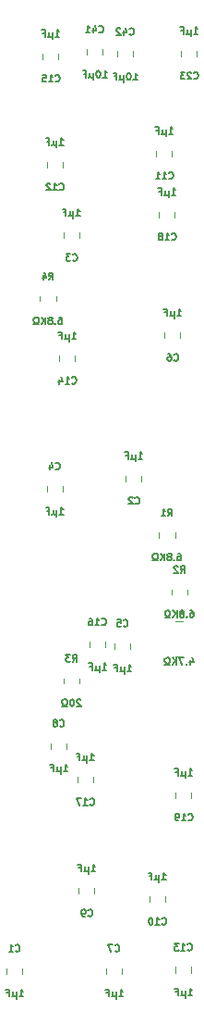
<source format=gbo>
%TF.GenerationSoftware,KiCad,Pcbnew,8.0.7*%
%TF.CreationDate,2025-03-06T10:43:54+02:00*%
%TF.ProjectId,W65C816 Breakout,57363543-3831-4362-9042-7265616b6f75,V1*%
%TF.SameCoordinates,Original*%
%TF.FileFunction,Legend,Bot*%
%TF.FilePolarity,Positive*%
%FSLAX46Y46*%
G04 Gerber Fmt 4.6, Leading zero omitted, Abs format (unit mm)*
G04 Created by KiCad (PCBNEW 8.0.7) date 2025-03-06 10:43:54*
%MOMM*%
%LPD*%
G01*
G04 APERTURE LIST*
%ADD10C,0.150000*%
%ADD11C,0.120000*%
%ADD12C,0.100000*%
G04 APERTURE END LIST*
D10*
X8563214Y-395486D02*
X8593452Y-425725D01*
X8593452Y-425725D02*
X8684166Y-455963D01*
X8684166Y-455963D02*
X8744642Y-455963D01*
X8744642Y-455963D02*
X8835357Y-425725D01*
X8835357Y-425725D02*
X8895833Y-365248D01*
X8895833Y-365248D02*
X8926071Y-304772D01*
X8926071Y-304772D02*
X8956309Y-183820D01*
X8956309Y-183820D02*
X8956309Y-93105D01*
X8956309Y-93105D02*
X8926071Y27846D01*
X8926071Y27846D02*
X8895833Y88322D01*
X8895833Y88322D02*
X8835357Y148798D01*
X8835357Y148798D02*
X8744642Y179036D01*
X8744642Y179036D02*
X8684166Y179036D01*
X8684166Y179036D02*
X8593452Y148798D01*
X8593452Y148798D02*
X8563214Y118560D01*
X7958452Y-455963D02*
X8321309Y-455963D01*
X8139881Y-455963D02*
X8139881Y179036D01*
X8139881Y179036D02*
X8200357Y88322D01*
X8200357Y88322D02*
X8260833Y27846D01*
X8260833Y27846D02*
X8321309Y-2391D01*
X7383928Y179036D02*
X7686309Y179036D01*
X7686309Y179036D02*
X7716547Y-123344D01*
X7716547Y-123344D02*
X7686309Y-93105D01*
X7686309Y-93105D02*
X7625833Y-62867D01*
X7625833Y-62867D02*
X7474642Y-62867D01*
X7474642Y-62867D02*
X7414166Y-93105D01*
X7414166Y-93105D02*
X7383928Y-123344D01*
X7383928Y-123344D02*
X7353690Y-183820D01*
X7353690Y-183820D02*
X7353690Y-335010D01*
X7353690Y-335010D02*
X7383928Y-395486D01*
X7383928Y-395486D02*
X7414166Y-425725D01*
X7414166Y-425725D02*
X7474642Y-455963D01*
X7474642Y-455963D02*
X7625833Y-455963D01*
X7625833Y-455963D02*
X7686309Y-425725D01*
X7686309Y-425725D02*
X7716547Y-395486D01*
X8551333Y3651036D02*
X8914190Y3651036D01*
X8732762Y3651036D02*
X8732762Y4286036D01*
X8732762Y4286036D02*
X8793238Y4195322D01*
X8793238Y4195322D02*
X8853714Y4134846D01*
X8853714Y4134846D02*
X8914190Y4104608D01*
X8279190Y4074370D02*
X8279190Y3439370D01*
X7976809Y3741751D02*
X7946571Y3681275D01*
X7946571Y3681275D02*
X7886095Y3651036D01*
X8279190Y3741751D02*
X8248952Y3681275D01*
X8248952Y3681275D02*
X8188476Y3651036D01*
X8188476Y3651036D02*
X8067523Y3651036D01*
X8067523Y3651036D02*
X8007047Y3681275D01*
X8007047Y3681275D02*
X7976809Y3741751D01*
X7976809Y3741751D02*
X7976809Y4074370D01*
X7402285Y3983655D02*
X7613952Y3983655D01*
X7613952Y3651036D02*
X7613952Y4286036D01*
X7613952Y4286036D02*
X7311571Y4286036D01*
X19231214Y-14873486D02*
X19261452Y-14903725D01*
X19261452Y-14903725D02*
X19352166Y-14933963D01*
X19352166Y-14933963D02*
X19412642Y-14933963D01*
X19412642Y-14933963D02*
X19503357Y-14903725D01*
X19503357Y-14903725D02*
X19563833Y-14843248D01*
X19563833Y-14843248D02*
X19594071Y-14782772D01*
X19594071Y-14782772D02*
X19624309Y-14661820D01*
X19624309Y-14661820D02*
X19624309Y-14571105D01*
X19624309Y-14571105D02*
X19594071Y-14450153D01*
X19594071Y-14450153D02*
X19563833Y-14389677D01*
X19563833Y-14389677D02*
X19503357Y-14329201D01*
X19503357Y-14329201D02*
X19412642Y-14298963D01*
X19412642Y-14298963D02*
X19352166Y-14298963D01*
X19352166Y-14298963D02*
X19261452Y-14329201D01*
X19261452Y-14329201D02*
X19231214Y-14359439D01*
X18626452Y-14933963D02*
X18989309Y-14933963D01*
X18807881Y-14933963D02*
X18807881Y-14298963D01*
X18807881Y-14298963D02*
X18868357Y-14389677D01*
X18868357Y-14389677D02*
X18928833Y-14450153D01*
X18928833Y-14450153D02*
X18989309Y-14480391D01*
X18263595Y-14571105D02*
X18324071Y-14540867D01*
X18324071Y-14540867D02*
X18354309Y-14510629D01*
X18354309Y-14510629D02*
X18384547Y-14450153D01*
X18384547Y-14450153D02*
X18384547Y-14419915D01*
X18384547Y-14419915D02*
X18354309Y-14359439D01*
X18354309Y-14359439D02*
X18324071Y-14329201D01*
X18324071Y-14329201D02*
X18263595Y-14298963D01*
X18263595Y-14298963D02*
X18142642Y-14298963D01*
X18142642Y-14298963D02*
X18082166Y-14329201D01*
X18082166Y-14329201D02*
X18051928Y-14359439D01*
X18051928Y-14359439D02*
X18021690Y-14419915D01*
X18021690Y-14419915D02*
X18021690Y-14450153D01*
X18021690Y-14450153D02*
X18051928Y-14510629D01*
X18051928Y-14510629D02*
X18082166Y-14540867D01*
X18082166Y-14540867D02*
X18142642Y-14571105D01*
X18142642Y-14571105D02*
X18263595Y-14571105D01*
X18263595Y-14571105D02*
X18324071Y-14601344D01*
X18324071Y-14601344D02*
X18354309Y-14631582D01*
X18354309Y-14631582D02*
X18384547Y-14692058D01*
X18384547Y-14692058D02*
X18384547Y-14813010D01*
X18384547Y-14813010D02*
X18354309Y-14873486D01*
X18354309Y-14873486D02*
X18324071Y-14903725D01*
X18324071Y-14903725D02*
X18263595Y-14933963D01*
X18263595Y-14933963D02*
X18142642Y-14933963D01*
X18142642Y-14933963D02*
X18082166Y-14903725D01*
X18082166Y-14903725D02*
X18051928Y-14873486D01*
X18051928Y-14873486D02*
X18021690Y-14813010D01*
X18021690Y-14813010D02*
X18021690Y-14692058D01*
X18021690Y-14692058D02*
X18051928Y-14631582D01*
X18051928Y-14631582D02*
X18082166Y-14601344D01*
X18082166Y-14601344D02*
X18142642Y-14571105D01*
X19219333Y-10826963D02*
X19582190Y-10826963D01*
X19400762Y-10826963D02*
X19400762Y-10191963D01*
X19400762Y-10191963D02*
X19461238Y-10282677D01*
X19461238Y-10282677D02*
X19521714Y-10343153D01*
X19521714Y-10343153D02*
X19582190Y-10373391D01*
X18947190Y-10403629D02*
X18947190Y-11038629D01*
X18644809Y-10736248D02*
X18614571Y-10796725D01*
X18614571Y-10796725D02*
X18554095Y-10826963D01*
X18947190Y-10736248D02*
X18916952Y-10796725D01*
X18916952Y-10796725D02*
X18856476Y-10826963D01*
X18856476Y-10826963D02*
X18735523Y-10826963D01*
X18735523Y-10826963D02*
X18675047Y-10796725D01*
X18675047Y-10796725D02*
X18644809Y-10736248D01*
X18644809Y-10736248D02*
X18644809Y-10403629D01*
X18070285Y-10494344D02*
X18281952Y-10494344D01*
X18281952Y-10826963D02*
X18281952Y-10191963D01*
X18281952Y-10191963D02*
X17979571Y-10191963D01*
X8587833Y-35869486D02*
X8618071Y-35899725D01*
X8618071Y-35899725D02*
X8708785Y-35929963D01*
X8708785Y-35929963D02*
X8769261Y-35929963D01*
X8769261Y-35929963D02*
X8859976Y-35899725D01*
X8859976Y-35899725D02*
X8920452Y-35839248D01*
X8920452Y-35839248D02*
X8950690Y-35778772D01*
X8950690Y-35778772D02*
X8980928Y-35657820D01*
X8980928Y-35657820D02*
X8980928Y-35567105D01*
X8980928Y-35567105D02*
X8950690Y-35446153D01*
X8950690Y-35446153D02*
X8920452Y-35385677D01*
X8920452Y-35385677D02*
X8859976Y-35325201D01*
X8859976Y-35325201D02*
X8769261Y-35294963D01*
X8769261Y-35294963D02*
X8708785Y-35294963D01*
X8708785Y-35294963D02*
X8618071Y-35325201D01*
X8618071Y-35325201D02*
X8587833Y-35355439D01*
X8043547Y-35506629D02*
X8043547Y-35929963D01*
X8194738Y-35264725D02*
X8345928Y-35718296D01*
X8345928Y-35718296D02*
X7952833Y-35718296D01*
X8932333Y-40036963D02*
X9295190Y-40036963D01*
X9113762Y-40036963D02*
X9113762Y-39401963D01*
X9113762Y-39401963D02*
X9174238Y-39492677D01*
X9174238Y-39492677D02*
X9234714Y-39553153D01*
X9234714Y-39553153D02*
X9295190Y-39583391D01*
X8660190Y-39613629D02*
X8660190Y-40248629D01*
X8357809Y-39946248D02*
X8327571Y-40006725D01*
X8327571Y-40006725D02*
X8267095Y-40036963D01*
X8660190Y-39946248D02*
X8629952Y-40006725D01*
X8629952Y-40006725D02*
X8569476Y-40036963D01*
X8569476Y-40036963D02*
X8448523Y-40036963D01*
X8448523Y-40036963D02*
X8388047Y-40006725D01*
X8388047Y-40006725D02*
X8357809Y-39946248D01*
X8357809Y-39946248D02*
X8357809Y-39613629D01*
X7783285Y-39704344D02*
X7994952Y-39704344D01*
X7994952Y-40036963D02*
X7994952Y-39401963D01*
X7994952Y-39401963D02*
X7692571Y-39401963D01*
X19436833Y-25922486D02*
X19467071Y-25952725D01*
X19467071Y-25952725D02*
X19557785Y-25982963D01*
X19557785Y-25982963D02*
X19618261Y-25982963D01*
X19618261Y-25982963D02*
X19708976Y-25952725D01*
X19708976Y-25952725D02*
X19769452Y-25892248D01*
X19769452Y-25892248D02*
X19799690Y-25831772D01*
X19799690Y-25831772D02*
X19829928Y-25710820D01*
X19829928Y-25710820D02*
X19829928Y-25620105D01*
X19829928Y-25620105D02*
X19799690Y-25499153D01*
X19799690Y-25499153D02*
X19769452Y-25438677D01*
X19769452Y-25438677D02*
X19708976Y-25378201D01*
X19708976Y-25378201D02*
X19618261Y-25347963D01*
X19618261Y-25347963D02*
X19557785Y-25347963D01*
X19557785Y-25347963D02*
X19467071Y-25378201D01*
X19467071Y-25378201D02*
X19436833Y-25408439D01*
X18892547Y-25347963D02*
X19013500Y-25347963D01*
X19013500Y-25347963D02*
X19073976Y-25378201D01*
X19073976Y-25378201D02*
X19104214Y-25408439D01*
X19104214Y-25408439D02*
X19164690Y-25499153D01*
X19164690Y-25499153D02*
X19194928Y-25620105D01*
X19194928Y-25620105D02*
X19194928Y-25862010D01*
X19194928Y-25862010D02*
X19164690Y-25922486D01*
X19164690Y-25922486D02*
X19134452Y-25952725D01*
X19134452Y-25952725D02*
X19073976Y-25982963D01*
X19073976Y-25982963D02*
X18953023Y-25982963D01*
X18953023Y-25982963D02*
X18892547Y-25952725D01*
X18892547Y-25952725D02*
X18862309Y-25922486D01*
X18862309Y-25922486D02*
X18832071Y-25862010D01*
X18832071Y-25862010D02*
X18832071Y-25710820D01*
X18832071Y-25710820D02*
X18862309Y-25650344D01*
X18862309Y-25650344D02*
X18892547Y-25620105D01*
X18892547Y-25620105D02*
X18953023Y-25589867D01*
X18953023Y-25589867D02*
X19073976Y-25589867D01*
X19073976Y-25589867D02*
X19134452Y-25620105D01*
X19134452Y-25620105D02*
X19164690Y-25650344D01*
X19164690Y-25650344D02*
X19194928Y-25710820D01*
X19727333Y-21875963D02*
X20090190Y-21875963D01*
X19908762Y-21875963D02*
X19908762Y-21240963D01*
X19908762Y-21240963D02*
X19969238Y-21331677D01*
X19969238Y-21331677D02*
X20029714Y-21392153D01*
X20029714Y-21392153D02*
X20090190Y-21422391D01*
X19455190Y-21452629D02*
X19455190Y-22087629D01*
X19152809Y-21785248D02*
X19122571Y-21845725D01*
X19122571Y-21845725D02*
X19062095Y-21875963D01*
X19455190Y-21785248D02*
X19424952Y-21845725D01*
X19424952Y-21845725D02*
X19364476Y-21875963D01*
X19364476Y-21875963D02*
X19243523Y-21875963D01*
X19243523Y-21875963D02*
X19183047Y-21845725D01*
X19183047Y-21845725D02*
X19152809Y-21785248D01*
X19152809Y-21785248D02*
X19152809Y-21452629D01*
X18578285Y-21543344D02*
X18789952Y-21543344D01*
X18789952Y-21875963D02*
X18789952Y-21240963D01*
X18789952Y-21240963D02*
X18487571Y-21240963D01*
X12573215Y4092513D02*
X12603453Y4062275D01*
X12603453Y4062275D02*
X12694167Y4032036D01*
X12694167Y4032036D02*
X12754643Y4032036D01*
X12754643Y4032036D02*
X12845358Y4062275D01*
X12845358Y4062275D02*
X12905834Y4122751D01*
X12905834Y4122751D02*
X12936072Y4183227D01*
X12936072Y4183227D02*
X12966310Y4304179D01*
X12966310Y4304179D02*
X12966310Y4394894D01*
X12966310Y4394894D02*
X12936072Y4515846D01*
X12936072Y4515846D02*
X12905834Y4576322D01*
X12905834Y4576322D02*
X12845358Y4636798D01*
X12845358Y4636798D02*
X12754643Y4667036D01*
X12754643Y4667036D02*
X12694167Y4667036D01*
X12694167Y4667036D02*
X12603453Y4636798D01*
X12603453Y4636798D02*
X12573215Y4606560D01*
X12028929Y4455370D02*
X12028929Y4032036D01*
X12180120Y4697275D02*
X12331310Y4243703D01*
X12331310Y4243703D02*
X11938215Y4243703D01*
X11363691Y4032036D02*
X11726548Y4032036D01*
X11545120Y4032036D02*
X11545120Y4667036D01*
X11545120Y4667036D02*
X11605596Y4576322D01*
X11605596Y4576322D02*
X11666072Y4515846D01*
X11666072Y4515846D02*
X11726548Y4485608D01*
X12917714Y-74963D02*
X13280571Y-74963D01*
X13099143Y-74963D02*
X13099143Y560036D01*
X13099143Y560036D02*
X13159619Y469322D01*
X13159619Y469322D02*
X13220095Y408846D01*
X13220095Y408846D02*
X13280571Y378608D01*
X12524619Y560036D02*
X12464142Y560036D01*
X12464142Y560036D02*
X12403666Y529798D01*
X12403666Y529798D02*
X12373428Y499560D01*
X12373428Y499560D02*
X12343190Y439084D01*
X12343190Y439084D02*
X12312952Y318132D01*
X12312952Y318132D02*
X12312952Y166941D01*
X12312952Y166941D02*
X12343190Y45989D01*
X12343190Y45989D02*
X12373428Y-14486D01*
X12373428Y-14486D02*
X12403666Y-44725D01*
X12403666Y-44725D02*
X12464142Y-74963D01*
X12464142Y-74963D02*
X12524619Y-74963D01*
X12524619Y-74963D02*
X12585095Y-44725D01*
X12585095Y-44725D02*
X12615333Y-14486D01*
X12615333Y-14486D02*
X12645571Y45989D01*
X12645571Y45989D02*
X12675809Y166941D01*
X12675809Y166941D02*
X12675809Y318132D01*
X12675809Y318132D02*
X12645571Y439084D01*
X12645571Y439084D02*
X12615333Y499560D01*
X12615333Y499560D02*
X12585095Y529798D01*
X12585095Y529798D02*
X12524619Y560036D01*
X12040809Y348370D02*
X12040809Y-286629D01*
X11738428Y15751D02*
X11708190Y-44725D01*
X11708190Y-44725D02*
X11647714Y-74963D01*
X12040809Y15751D02*
X12010571Y-44725D01*
X12010571Y-44725D02*
X11950095Y-74963D01*
X11950095Y-74963D02*
X11829142Y-74963D01*
X11829142Y-74963D02*
X11768666Y-44725D01*
X11768666Y-44725D02*
X11738428Y15751D01*
X11738428Y15751D02*
X11738428Y348370D01*
X11163904Y257655D02*
X11375571Y257655D01*
X11375571Y-74963D02*
X11375571Y560036D01*
X11375571Y560036D02*
X11073190Y560036D01*
X15880833Y-39003486D02*
X15911071Y-39033725D01*
X15911071Y-39033725D02*
X16001785Y-39063963D01*
X16001785Y-39063963D02*
X16062261Y-39063963D01*
X16062261Y-39063963D02*
X16152976Y-39033725D01*
X16152976Y-39033725D02*
X16213452Y-38973248D01*
X16213452Y-38973248D02*
X16243690Y-38912772D01*
X16243690Y-38912772D02*
X16273928Y-38791820D01*
X16273928Y-38791820D02*
X16273928Y-38701105D01*
X16273928Y-38701105D02*
X16243690Y-38580153D01*
X16243690Y-38580153D02*
X16213452Y-38519677D01*
X16213452Y-38519677D02*
X16152976Y-38459201D01*
X16152976Y-38459201D02*
X16062261Y-38428963D01*
X16062261Y-38428963D02*
X16001785Y-38428963D01*
X16001785Y-38428963D02*
X15911071Y-38459201D01*
X15911071Y-38459201D02*
X15880833Y-38489439D01*
X15638928Y-38489439D02*
X15608690Y-38459201D01*
X15608690Y-38459201D02*
X15548214Y-38428963D01*
X15548214Y-38428963D02*
X15397023Y-38428963D01*
X15397023Y-38428963D02*
X15336547Y-38459201D01*
X15336547Y-38459201D02*
X15306309Y-38489439D01*
X15306309Y-38489439D02*
X15276071Y-38549915D01*
X15276071Y-38549915D02*
X15276071Y-38610391D01*
X15276071Y-38610391D02*
X15306309Y-38701105D01*
X15306309Y-38701105D02*
X15669166Y-39063963D01*
X15669166Y-39063963D02*
X15276071Y-39063963D01*
X16171333Y-34956963D02*
X16534190Y-34956963D01*
X16352762Y-34956963D02*
X16352762Y-34321963D01*
X16352762Y-34321963D02*
X16413238Y-34412677D01*
X16413238Y-34412677D02*
X16473714Y-34473153D01*
X16473714Y-34473153D02*
X16534190Y-34503391D01*
X15899190Y-34533629D02*
X15899190Y-35168629D01*
X15596809Y-34866248D02*
X15566571Y-34926725D01*
X15566571Y-34926725D02*
X15506095Y-34956963D01*
X15899190Y-34866248D02*
X15868952Y-34926725D01*
X15868952Y-34926725D02*
X15808476Y-34956963D01*
X15808476Y-34956963D02*
X15687523Y-34956963D01*
X15687523Y-34956963D02*
X15627047Y-34926725D01*
X15627047Y-34926725D02*
X15596809Y-34866248D01*
X15596809Y-34866248D02*
X15596809Y-34533629D01*
X15022285Y-34624344D02*
X15233952Y-34624344D01*
X15233952Y-34956963D02*
X15233952Y-34321963D01*
X15233952Y-34321963D02*
X14931571Y-34321963D01*
X10165833Y-16778486D02*
X10196071Y-16808725D01*
X10196071Y-16808725D02*
X10286785Y-16838963D01*
X10286785Y-16838963D02*
X10347261Y-16838963D01*
X10347261Y-16838963D02*
X10437976Y-16808725D01*
X10437976Y-16808725D02*
X10498452Y-16748248D01*
X10498452Y-16748248D02*
X10528690Y-16687772D01*
X10528690Y-16687772D02*
X10558928Y-16566820D01*
X10558928Y-16566820D02*
X10558928Y-16476105D01*
X10558928Y-16476105D02*
X10528690Y-16355153D01*
X10528690Y-16355153D02*
X10498452Y-16294677D01*
X10498452Y-16294677D02*
X10437976Y-16234201D01*
X10437976Y-16234201D02*
X10347261Y-16203963D01*
X10347261Y-16203963D02*
X10286785Y-16203963D01*
X10286785Y-16203963D02*
X10196071Y-16234201D01*
X10196071Y-16234201D02*
X10165833Y-16264439D01*
X9954166Y-16203963D02*
X9561071Y-16203963D01*
X9561071Y-16203963D02*
X9772738Y-16445867D01*
X9772738Y-16445867D02*
X9682023Y-16445867D01*
X9682023Y-16445867D02*
X9621547Y-16476105D01*
X9621547Y-16476105D02*
X9591309Y-16506344D01*
X9591309Y-16506344D02*
X9561071Y-16566820D01*
X9561071Y-16566820D02*
X9561071Y-16718010D01*
X9561071Y-16718010D02*
X9591309Y-16778486D01*
X9591309Y-16778486D02*
X9621547Y-16808725D01*
X9621547Y-16808725D02*
X9682023Y-16838963D01*
X9682023Y-16838963D02*
X9863452Y-16838963D01*
X9863452Y-16838963D02*
X9923928Y-16808725D01*
X9923928Y-16808725D02*
X9954166Y-16778486D01*
X10456333Y-12731963D02*
X10819190Y-12731963D01*
X10637762Y-12731963D02*
X10637762Y-12096963D01*
X10637762Y-12096963D02*
X10698238Y-12187677D01*
X10698238Y-12187677D02*
X10758714Y-12248153D01*
X10758714Y-12248153D02*
X10819190Y-12278391D01*
X10184190Y-12308629D02*
X10184190Y-12943629D01*
X9881809Y-12641248D02*
X9851571Y-12701725D01*
X9851571Y-12701725D02*
X9791095Y-12731963D01*
X10184190Y-12641248D02*
X10153952Y-12701725D01*
X10153952Y-12701725D02*
X10093476Y-12731963D01*
X10093476Y-12731963D02*
X9972523Y-12731963D01*
X9972523Y-12731963D02*
X9912047Y-12701725D01*
X9912047Y-12701725D02*
X9881809Y-12641248D01*
X9881809Y-12641248D02*
X9881809Y-12308629D01*
X9307285Y-12399344D02*
X9518952Y-12399344D01*
X9518952Y-12731963D02*
X9518952Y-12096963D01*
X9518952Y-12096963D02*
X9216571Y-12096963D01*
X20755214Y-67959486D02*
X20785452Y-67989725D01*
X20785452Y-67989725D02*
X20876166Y-68019963D01*
X20876166Y-68019963D02*
X20936642Y-68019963D01*
X20936642Y-68019963D02*
X21027357Y-67989725D01*
X21027357Y-67989725D02*
X21087833Y-67929248D01*
X21087833Y-67929248D02*
X21118071Y-67868772D01*
X21118071Y-67868772D02*
X21148309Y-67747820D01*
X21148309Y-67747820D02*
X21148309Y-67657105D01*
X21148309Y-67657105D02*
X21118071Y-67536153D01*
X21118071Y-67536153D02*
X21087833Y-67475677D01*
X21087833Y-67475677D02*
X21027357Y-67415201D01*
X21027357Y-67415201D02*
X20936642Y-67384963D01*
X20936642Y-67384963D02*
X20876166Y-67384963D01*
X20876166Y-67384963D02*
X20785452Y-67415201D01*
X20785452Y-67415201D02*
X20755214Y-67445439D01*
X20150452Y-68019963D02*
X20513309Y-68019963D01*
X20331881Y-68019963D02*
X20331881Y-67384963D01*
X20331881Y-67384963D02*
X20392357Y-67475677D01*
X20392357Y-67475677D02*
X20452833Y-67536153D01*
X20452833Y-67536153D02*
X20513309Y-67566391D01*
X19848071Y-68019963D02*
X19727119Y-68019963D01*
X19727119Y-68019963D02*
X19666642Y-67989725D01*
X19666642Y-67989725D02*
X19636404Y-67959486D01*
X19636404Y-67959486D02*
X19575928Y-67868772D01*
X19575928Y-67868772D02*
X19545690Y-67747820D01*
X19545690Y-67747820D02*
X19545690Y-67505915D01*
X19545690Y-67505915D02*
X19575928Y-67445439D01*
X19575928Y-67445439D02*
X19606166Y-67415201D01*
X19606166Y-67415201D02*
X19666642Y-67384963D01*
X19666642Y-67384963D02*
X19787595Y-67384963D01*
X19787595Y-67384963D02*
X19848071Y-67415201D01*
X19848071Y-67415201D02*
X19878309Y-67445439D01*
X19878309Y-67445439D02*
X19908547Y-67505915D01*
X19908547Y-67505915D02*
X19908547Y-67657105D01*
X19908547Y-67657105D02*
X19878309Y-67717582D01*
X19878309Y-67717582D02*
X19848071Y-67747820D01*
X19848071Y-67747820D02*
X19787595Y-67778058D01*
X19787595Y-67778058D02*
X19666642Y-67778058D01*
X19666642Y-67778058D02*
X19606166Y-67747820D01*
X19606166Y-67747820D02*
X19575928Y-67717582D01*
X19575928Y-67717582D02*
X19545690Y-67657105D01*
X20743333Y-63912963D02*
X21106190Y-63912963D01*
X20924762Y-63912963D02*
X20924762Y-63277963D01*
X20924762Y-63277963D02*
X20985238Y-63368677D01*
X20985238Y-63368677D02*
X21045714Y-63429153D01*
X21045714Y-63429153D02*
X21106190Y-63459391D01*
X20471190Y-63489629D02*
X20471190Y-64124629D01*
X20168809Y-63822248D02*
X20138571Y-63882725D01*
X20138571Y-63882725D02*
X20078095Y-63912963D01*
X20471190Y-63822248D02*
X20440952Y-63882725D01*
X20440952Y-63882725D02*
X20380476Y-63912963D01*
X20380476Y-63912963D02*
X20259523Y-63912963D01*
X20259523Y-63912963D02*
X20199047Y-63882725D01*
X20199047Y-63882725D02*
X20168809Y-63822248D01*
X20168809Y-63822248D02*
X20168809Y-63489629D01*
X19594285Y-63580344D02*
X19805952Y-63580344D01*
X19805952Y-63912963D02*
X19805952Y-63277963D01*
X19805952Y-63277963D02*
X19503571Y-63277963D01*
X20701214Y-79836886D02*
X20731452Y-79867125D01*
X20731452Y-79867125D02*
X20822166Y-79897363D01*
X20822166Y-79897363D02*
X20882642Y-79897363D01*
X20882642Y-79897363D02*
X20973357Y-79867125D01*
X20973357Y-79867125D02*
X21033833Y-79806648D01*
X21033833Y-79806648D02*
X21064071Y-79746172D01*
X21064071Y-79746172D02*
X21094309Y-79625220D01*
X21094309Y-79625220D02*
X21094309Y-79534505D01*
X21094309Y-79534505D02*
X21064071Y-79413553D01*
X21064071Y-79413553D02*
X21033833Y-79353077D01*
X21033833Y-79353077D02*
X20973357Y-79292601D01*
X20973357Y-79292601D02*
X20882642Y-79262363D01*
X20882642Y-79262363D02*
X20822166Y-79262363D01*
X20822166Y-79262363D02*
X20731452Y-79292601D01*
X20731452Y-79292601D02*
X20701214Y-79322839D01*
X20096452Y-79897363D02*
X20459309Y-79897363D01*
X20277881Y-79897363D02*
X20277881Y-79262363D01*
X20277881Y-79262363D02*
X20338357Y-79353077D01*
X20338357Y-79353077D02*
X20398833Y-79413553D01*
X20398833Y-79413553D02*
X20459309Y-79443791D01*
X19884785Y-79262363D02*
X19491690Y-79262363D01*
X19491690Y-79262363D02*
X19703357Y-79504267D01*
X19703357Y-79504267D02*
X19612642Y-79504267D01*
X19612642Y-79504267D02*
X19552166Y-79534505D01*
X19552166Y-79534505D02*
X19521928Y-79564744D01*
X19521928Y-79564744D02*
X19491690Y-79625220D01*
X19491690Y-79625220D02*
X19491690Y-79776410D01*
X19491690Y-79776410D02*
X19521928Y-79836886D01*
X19521928Y-79836886D02*
X19552166Y-79867125D01*
X19552166Y-79867125D02*
X19612642Y-79897363D01*
X19612642Y-79897363D02*
X19794071Y-79897363D01*
X19794071Y-79897363D02*
X19854547Y-79867125D01*
X19854547Y-79867125D02*
X19884785Y-79836886D01*
X20743333Y-84004363D02*
X21106190Y-84004363D01*
X20924762Y-84004363D02*
X20924762Y-83369363D01*
X20924762Y-83369363D02*
X20985238Y-83460077D01*
X20985238Y-83460077D02*
X21045714Y-83520553D01*
X21045714Y-83520553D02*
X21106190Y-83550791D01*
X20471190Y-83581029D02*
X20471190Y-84216029D01*
X20168809Y-83913648D02*
X20138571Y-83974125D01*
X20138571Y-83974125D02*
X20078095Y-84004363D01*
X20471190Y-83913648D02*
X20440952Y-83974125D01*
X20440952Y-83974125D02*
X20380476Y-84004363D01*
X20380476Y-84004363D02*
X20259523Y-84004363D01*
X20259523Y-84004363D02*
X20199047Y-83974125D01*
X20199047Y-83974125D02*
X20168809Y-83913648D01*
X20168809Y-83913648D02*
X20168809Y-83581029D01*
X19594285Y-83671744D02*
X19805952Y-83671744D01*
X19805952Y-84004363D02*
X19805952Y-83369363D01*
X19805952Y-83369363D02*
X19503571Y-83369363D01*
X18342214Y-77484486D02*
X18372452Y-77514725D01*
X18372452Y-77514725D02*
X18463166Y-77544963D01*
X18463166Y-77544963D02*
X18523642Y-77544963D01*
X18523642Y-77544963D02*
X18614357Y-77514725D01*
X18614357Y-77514725D02*
X18674833Y-77454248D01*
X18674833Y-77454248D02*
X18705071Y-77393772D01*
X18705071Y-77393772D02*
X18735309Y-77272820D01*
X18735309Y-77272820D02*
X18735309Y-77182105D01*
X18735309Y-77182105D02*
X18705071Y-77061153D01*
X18705071Y-77061153D02*
X18674833Y-77000677D01*
X18674833Y-77000677D02*
X18614357Y-76940201D01*
X18614357Y-76940201D02*
X18523642Y-76909963D01*
X18523642Y-76909963D02*
X18463166Y-76909963D01*
X18463166Y-76909963D02*
X18372452Y-76940201D01*
X18372452Y-76940201D02*
X18342214Y-76970439D01*
X17737452Y-77544963D02*
X18100309Y-77544963D01*
X17918881Y-77544963D02*
X17918881Y-76909963D01*
X17918881Y-76909963D02*
X17979357Y-77000677D01*
X17979357Y-77000677D02*
X18039833Y-77061153D01*
X18039833Y-77061153D02*
X18100309Y-77091391D01*
X17344357Y-76909963D02*
X17283880Y-76909963D01*
X17283880Y-76909963D02*
X17223404Y-76940201D01*
X17223404Y-76940201D02*
X17193166Y-76970439D01*
X17193166Y-76970439D02*
X17162928Y-77030915D01*
X17162928Y-77030915D02*
X17132690Y-77151867D01*
X17132690Y-77151867D02*
X17132690Y-77303058D01*
X17132690Y-77303058D02*
X17162928Y-77424010D01*
X17162928Y-77424010D02*
X17193166Y-77484486D01*
X17193166Y-77484486D02*
X17223404Y-77514725D01*
X17223404Y-77514725D02*
X17283880Y-77544963D01*
X17283880Y-77544963D02*
X17344357Y-77544963D01*
X17344357Y-77544963D02*
X17404833Y-77514725D01*
X17404833Y-77514725D02*
X17435071Y-77484486D01*
X17435071Y-77484486D02*
X17465309Y-77424010D01*
X17465309Y-77424010D02*
X17495547Y-77303058D01*
X17495547Y-77303058D02*
X17495547Y-77151867D01*
X17495547Y-77151867D02*
X17465309Y-77030915D01*
X17465309Y-77030915D02*
X17435071Y-76970439D01*
X17435071Y-76970439D02*
X17404833Y-76940201D01*
X17404833Y-76940201D02*
X17344357Y-76909963D01*
X18330333Y-73437963D02*
X18693190Y-73437963D01*
X18511762Y-73437963D02*
X18511762Y-72802963D01*
X18511762Y-72802963D02*
X18572238Y-72893677D01*
X18572238Y-72893677D02*
X18632714Y-72954153D01*
X18632714Y-72954153D02*
X18693190Y-72984391D01*
X18058190Y-73014629D02*
X18058190Y-73649629D01*
X17755809Y-73347248D02*
X17725571Y-73407725D01*
X17725571Y-73407725D02*
X17665095Y-73437963D01*
X18058190Y-73347248D02*
X18027952Y-73407725D01*
X18027952Y-73407725D02*
X17967476Y-73437963D01*
X17967476Y-73437963D02*
X17846523Y-73437963D01*
X17846523Y-73437963D02*
X17786047Y-73407725D01*
X17786047Y-73407725D02*
X17755809Y-73347248D01*
X17755809Y-73347248D02*
X17755809Y-73014629D01*
X17181285Y-73105344D02*
X17392952Y-73105344D01*
X17392952Y-73437963D02*
X17392952Y-72802963D01*
X17392952Y-72802963D02*
X17090571Y-72802963D01*
X18977214Y-9285486D02*
X19007452Y-9315725D01*
X19007452Y-9315725D02*
X19098166Y-9345963D01*
X19098166Y-9345963D02*
X19158642Y-9345963D01*
X19158642Y-9345963D02*
X19249357Y-9315725D01*
X19249357Y-9315725D02*
X19309833Y-9255248D01*
X19309833Y-9255248D02*
X19340071Y-9194772D01*
X19340071Y-9194772D02*
X19370309Y-9073820D01*
X19370309Y-9073820D02*
X19370309Y-8983105D01*
X19370309Y-8983105D02*
X19340071Y-8862153D01*
X19340071Y-8862153D02*
X19309833Y-8801677D01*
X19309833Y-8801677D02*
X19249357Y-8741201D01*
X19249357Y-8741201D02*
X19158642Y-8710963D01*
X19158642Y-8710963D02*
X19098166Y-8710963D01*
X19098166Y-8710963D02*
X19007452Y-8741201D01*
X19007452Y-8741201D02*
X18977214Y-8771439D01*
X18372452Y-9345963D02*
X18735309Y-9345963D01*
X18553881Y-9345963D02*
X18553881Y-8710963D01*
X18553881Y-8710963D02*
X18614357Y-8801677D01*
X18614357Y-8801677D02*
X18674833Y-8862153D01*
X18674833Y-8862153D02*
X18735309Y-8892391D01*
X17767690Y-9345963D02*
X18130547Y-9345963D01*
X17949119Y-9345963D02*
X17949119Y-8710963D01*
X17949119Y-8710963D02*
X18009595Y-8801677D01*
X18009595Y-8801677D02*
X18070071Y-8862153D01*
X18070071Y-8862153D02*
X18130547Y-8892391D01*
X18965333Y-5238963D02*
X19328190Y-5238963D01*
X19146762Y-5238963D02*
X19146762Y-4603963D01*
X19146762Y-4603963D02*
X19207238Y-4694677D01*
X19207238Y-4694677D02*
X19267714Y-4755153D01*
X19267714Y-4755153D02*
X19328190Y-4785391D01*
X18693190Y-4815629D02*
X18693190Y-5450629D01*
X18390809Y-5148248D02*
X18360571Y-5208725D01*
X18360571Y-5208725D02*
X18300095Y-5238963D01*
X18693190Y-5148248D02*
X18662952Y-5208725D01*
X18662952Y-5208725D02*
X18602476Y-5238963D01*
X18602476Y-5238963D02*
X18481523Y-5238963D01*
X18481523Y-5238963D02*
X18421047Y-5208725D01*
X18421047Y-5208725D02*
X18390809Y-5148248D01*
X18390809Y-5148248D02*
X18390809Y-4815629D01*
X17816285Y-4906344D02*
X18027952Y-4906344D01*
X18027952Y-5238963D02*
X18027952Y-4603963D01*
X18027952Y-4603963D02*
X17725571Y-4603963D01*
X8968833Y-59364486D02*
X8999071Y-59394725D01*
X8999071Y-59394725D02*
X9089785Y-59424963D01*
X9089785Y-59424963D02*
X9150261Y-59424963D01*
X9150261Y-59424963D02*
X9240976Y-59394725D01*
X9240976Y-59394725D02*
X9301452Y-59334248D01*
X9301452Y-59334248D02*
X9331690Y-59273772D01*
X9331690Y-59273772D02*
X9361928Y-59152820D01*
X9361928Y-59152820D02*
X9361928Y-59062105D01*
X9361928Y-59062105D02*
X9331690Y-58941153D01*
X9331690Y-58941153D02*
X9301452Y-58880677D01*
X9301452Y-58880677D02*
X9240976Y-58820201D01*
X9240976Y-58820201D02*
X9150261Y-58789963D01*
X9150261Y-58789963D02*
X9089785Y-58789963D01*
X9089785Y-58789963D02*
X8999071Y-58820201D01*
X8999071Y-58820201D02*
X8968833Y-58850439D01*
X8605976Y-59062105D02*
X8666452Y-59031867D01*
X8666452Y-59031867D02*
X8696690Y-59001629D01*
X8696690Y-59001629D02*
X8726928Y-58941153D01*
X8726928Y-58941153D02*
X8726928Y-58910915D01*
X8726928Y-58910915D02*
X8696690Y-58850439D01*
X8696690Y-58850439D02*
X8666452Y-58820201D01*
X8666452Y-58820201D02*
X8605976Y-58789963D01*
X8605976Y-58789963D02*
X8485023Y-58789963D01*
X8485023Y-58789963D02*
X8424547Y-58820201D01*
X8424547Y-58820201D02*
X8394309Y-58850439D01*
X8394309Y-58850439D02*
X8364071Y-58910915D01*
X8364071Y-58910915D02*
X8364071Y-58941153D01*
X8364071Y-58941153D02*
X8394309Y-59001629D01*
X8394309Y-59001629D02*
X8424547Y-59031867D01*
X8424547Y-59031867D02*
X8485023Y-59062105D01*
X8485023Y-59062105D02*
X8605976Y-59062105D01*
X8605976Y-59062105D02*
X8666452Y-59092344D01*
X8666452Y-59092344D02*
X8696690Y-59122582D01*
X8696690Y-59122582D02*
X8726928Y-59183058D01*
X8726928Y-59183058D02*
X8726928Y-59304010D01*
X8726928Y-59304010D02*
X8696690Y-59364486D01*
X8696690Y-59364486D02*
X8666452Y-59394725D01*
X8666452Y-59394725D02*
X8605976Y-59424963D01*
X8605976Y-59424963D02*
X8485023Y-59424963D01*
X8485023Y-59424963D02*
X8424547Y-59394725D01*
X8424547Y-59394725D02*
X8394309Y-59364486D01*
X8394309Y-59364486D02*
X8364071Y-59304010D01*
X8364071Y-59304010D02*
X8364071Y-59183058D01*
X8364071Y-59183058D02*
X8394309Y-59122582D01*
X8394309Y-59122582D02*
X8424547Y-59092344D01*
X8424547Y-59092344D02*
X8485023Y-59062105D01*
X9313333Y-63531963D02*
X9676190Y-63531963D01*
X9494762Y-63531963D02*
X9494762Y-62896963D01*
X9494762Y-62896963D02*
X9555238Y-62987677D01*
X9555238Y-62987677D02*
X9615714Y-63048153D01*
X9615714Y-63048153D02*
X9676190Y-63078391D01*
X9041190Y-63108629D02*
X9041190Y-63743629D01*
X8738809Y-63441248D02*
X8708571Y-63501725D01*
X8708571Y-63501725D02*
X8648095Y-63531963D01*
X9041190Y-63441248D02*
X9010952Y-63501725D01*
X9010952Y-63501725D02*
X8950476Y-63531963D01*
X8950476Y-63531963D02*
X8829523Y-63531963D01*
X8829523Y-63531963D02*
X8769047Y-63501725D01*
X8769047Y-63501725D02*
X8738809Y-63441248D01*
X8738809Y-63441248D02*
X8738809Y-63108629D01*
X8164285Y-63199344D02*
X8375952Y-63199344D01*
X8375952Y-63531963D02*
X8375952Y-62896963D01*
X8375952Y-62896963D02*
X8073571Y-62896963D01*
X11738214Y-66562486D02*
X11768452Y-66592725D01*
X11768452Y-66592725D02*
X11859166Y-66622963D01*
X11859166Y-66622963D02*
X11919642Y-66622963D01*
X11919642Y-66622963D02*
X12010357Y-66592725D01*
X12010357Y-66592725D02*
X12070833Y-66532248D01*
X12070833Y-66532248D02*
X12101071Y-66471772D01*
X12101071Y-66471772D02*
X12131309Y-66350820D01*
X12131309Y-66350820D02*
X12131309Y-66260105D01*
X12131309Y-66260105D02*
X12101071Y-66139153D01*
X12101071Y-66139153D02*
X12070833Y-66078677D01*
X12070833Y-66078677D02*
X12010357Y-66018201D01*
X12010357Y-66018201D02*
X11919642Y-65987963D01*
X11919642Y-65987963D02*
X11859166Y-65987963D01*
X11859166Y-65987963D02*
X11768452Y-66018201D01*
X11768452Y-66018201D02*
X11738214Y-66048439D01*
X11133452Y-66622963D02*
X11496309Y-66622963D01*
X11314881Y-66622963D02*
X11314881Y-65987963D01*
X11314881Y-65987963D02*
X11375357Y-66078677D01*
X11375357Y-66078677D02*
X11435833Y-66139153D01*
X11435833Y-66139153D02*
X11496309Y-66169391D01*
X10921785Y-65987963D02*
X10498452Y-65987963D01*
X10498452Y-65987963D02*
X10770595Y-66622963D01*
X11726333Y-62515963D02*
X12089190Y-62515963D01*
X11907762Y-62515963D02*
X11907762Y-61880963D01*
X11907762Y-61880963D02*
X11968238Y-61971677D01*
X11968238Y-61971677D02*
X12028714Y-62032153D01*
X12028714Y-62032153D02*
X12089190Y-62062391D01*
X11454190Y-62092629D02*
X11454190Y-62727629D01*
X11151809Y-62425248D02*
X11121571Y-62485725D01*
X11121571Y-62485725D02*
X11061095Y-62515963D01*
X11454190Y-62425248D02*
X11423952Y-62485725D01*
X11423952Y-62485725D02*
X11363476Y-62515963D01*
X11363476Y-62515963D02*
X11242523Y-62515963D01*
X11242523Y-62515963D02*
X11182047Y-62485725D01*
X11182047Y-62485725D02*
X11151809Y-62425248D01*
X11151809Y-62425248D02*
X11151809Y-62092629D01*
X10577285Y-62183344D02*
X10788952Y-62183344D01*
X10788952Y-62515963D02*
X10788952Y-61880963D01*
X10788952Y-61880963D02*
X10486571Y-61880963D01*
X21263214Y-141486D02*
X21293452Y-171725D01*
X21293452Y-171725D02*
X21384166Y-201963D01*
X21384166Y-201963D02*
X21444642Y-201963D01*
X21444642Y-201963D02*
X21535357Y-171725D01*
X21535357Y-171725D02*
X21595833Y-111248D01*
X21595833Y-111248D02*
X21626071Y-50772D01*
X21626071Y-50772D02*
X21656309Y70179D01*
X21656309Y70179D02*
X21656309Y160894D01*
X21656309Y160894D02*
X21626071Y281846D01*
X21626071Y281846D02*
X21595833Y342322D01*
X21595833Y342322D02*
X21535357Y402798D01*
X21535357Y402798D02*
X21444642Y433036D01*
X21444642Y433036D02*
X21384166Y433036D01*
X21384166Y433036D02*
X21293452Y402798D01*
X21293452Y402798D02*
X21263214Y372560D01*
X21021309Y372560D02*
X20991071Y402798D01*
X20991071Y402798D02*
X20930595Y433036D01*
X20930595Y433036D02*
X20779404Y433036D01*
X20779404Y433036D02*
X20718928Y402798D01*
X20718928Y402798D02*
X20688690Y372560D01*
X20688690Y372560D02*
X20658452Y312084D01*
X20658452Y312084D02*
X20658452Y251608D01*
X20658452Y251608D02*
X20688690Y160894D01*
X20688690Y160894D02*
X21051547Y-201963D01*
X21051547Y-201963D02*
X20658452Y-201963D01*
X20446785Y433036D02*
X20053690Y433036D01*
X20053690Y433036D02*
X20265357Y191132D01*
X20265357Y191132D02*
X20174642Y191132D01*
X20174642Y191132D02*
X20114166Y160894D01*
X20114166Y160894D02*
X20083928Y130655D01*
X20083928Y130655D02*
X20053690Y70179D01*
X20053690Y70179D02*
X20053690Y-81010D01*
X20053690Y-81010D02*
X20083928Y-141486D01*
X20083928Y-141486D02*
X20114166Y-171725D01*
X20114166Y-171725D02*
X20174642Y-201963D01*
X20174642Y-201963D02*
X20356071Y-201963D01*
X20356071Y-201963D02*
X20416547Y-171725D01*
X20416547Y-171725D02*
X20446785Y-141486D01*
X21251333Y3905036D02*
X21614190Y3905036D01*
X21432762Y3905036D02*
X21432762Y4540036D01*
X21432762Y4540036D02*
X21493238Y4449322D01*
X21493238Y4449322D02*
X21553714Y4388846D01*
X21553714Y4388846D02*
X21614190Y4358608D01*
X20979190Y4328370D02*
X20979190Y3693370D01*
X20676809Y3995751D02*
X20646571Y3935275D01*
X20646571Y3935275D02*
X20586095Y3905036D01*
X20979190Y3995751D02*
X20948952Y3935275D01*
X20948952Y3935275D02*
X20888476Y3905036D01*
X20888476Y3905036D02*
X20767523Y3905036D01*
X20767523Y3905036D02*
X20707047Y3935275D01*
X20707047Y3935275D02*
X20676809Y3995751D01*
X20676809Y3995751D02*
X20676809Y4328370D01*
X20102285Y4237655D02*
X20313952Y4237655D01*
X20313952Y3905036D02*
X20313952Y4540036D01*
X20313952Y4540036D02*
X20011571Y4540036D01*
X12827214Y-50093486D02*
X12857452Y-50123725D01*
X12857452Y-50123725D02*
X12948166Y-50153963D01*
X12948166Y-50153963D02*
X13008642Y-50153963D01*
X13008642Y-50153963D02*
X13099357Y-50123725D01*
X13099357Y-50123725D02*
X13159833Y-50063248D01*
X13159833Y-50063248D02*
X13190071Y-50002772D01*
X13190071Y-50002772D02*
X13220309Y-49881820D01*
X13220309Y-49881820D02*
X13220309Y-49791105D01*
X13220309Y-49791105D02*
X13190071Y-49670153D01*
X13190071Y-49670153D02*
X13159833Y-49609677D01*
X13159833Y-49609677D02*
X13099357Y-49549201D01*
X13099357Y-49549201D02*
X13008642Y-49518963D01*
X13008642Y-49518963D02*
X12948166Y-49518963D01*
X12948166Y-49518963D02*
X12857452Y-49549201D01*
X12857452Y-49549201D02*
X12827214Y-49579439D01*
X12222452Y-50153963D02*
X12585309Y-50153963D01*
X12403881Y-50153963D02*
X12403881Y-49518963D01*
X12403881Y-49518963D02*
X12464357Y-49609677D01*
X12464357Y-49609677D02*
X12524833Y-49670153D01*
X12524833Y-49670153D02*
X12585309Y-49700391D01*
X11678166Y-49518963D02*
X11799119Y-49518963D01*
X11799119Y-49518963D02*
X11859595Y-49549201D01*
X11859595Y-49549201D02*
X11889833Y-49579439D01*
X11889833Y-49579439D02*
X11950309Y-49670153D01*
X11950309Y-49670153D02*
X11980547Y-49791105D01*
X11980547Y-49791105D02*
X11980547Y-50033010D01*
X11980547Y-50033010D02*
X11950309Y-50093486D01*
X11950309Y-50093486D02*
X11920071Y-50123725D01*
X11920071Y-50123725D02*
X11859595Y-50153963D01*
X11859595Y-50153963D02*
X11738642Y-50153963D01*
X11738642Y-50153963D02*
X11678166Y-50123725D01*
X11678166Y-50123725D02*
X11647928Y-50093486D01*
X11647928Y-50093486D02*
X11617690Y-50033010D01*
X11617690Y-50033010D02*
X11617690Y-49881820D01*
X11617690Y-49881820D02*
X11647928Y-49821344D01*
X11647928Y-49821344D02*
X11678166Y-49791105D01*
X11678166Y-49791105D02*
X11738642Y-49760867D01*
X11738642Y-49760867D02*
X11859595Y-49760867D01*
X11859595Y-49760867D02*
X11920071Y-49791105D01*
X11920071Y-49791105D02*
X11950309Y-49821344D01*
X11950309Y-49821344D02*
X11980547Y-49881820D01*
X12869333Y-54260963D02*
X13232190Y-54260963D01*
X13050762Y-54260963D02*
X13050762Y-53625963D01*
X13050762Y-53625963D02*
X13111238Y-53716677D01*
X13111238Y-53716677D02*
X13171714Y-53777153D01*
X13171714Y-53777153D02*
X13232190Y-53807391D01*
X12597190Y-53837629D02*
X12597190Y-54472629D01*
X12294809Y-54170248D02*
X12264571Y-54230725D01*
X12264571Y-54230725D02*
X12204095Y-54260963D01*
X12597190Y-54170248D02*
X12566952Y-54230725D01*
X12566952Y-54230725D02*
X12506476Y-54260963D01*
X12506476Y-54260963D02*
X12385523Y-54260963D01*
X12385523Y-54260963D02*
X12325047Y-54230725D01*
X12325047Y-54230725D02*
X12294809Y-54170248D01*
X12294809Y-54170248D02*
X12294809Y-53837629D01*
X11720285Y-53928344D02*
X11931952Y-53928344D01*
X11931952Y-54260963D02*
X11931952Y-53625963D01*
X11931952Y-53625963D02*
X11629571Y-53625963D01*
X11562833Y-76722486D02*
X11593071Y-76752725D01*
X11593071Y-76752725D02*
X11683785Y-76782963D01*
X11683785Y-76782963D02*
X11744261Y-76782963D01*
X11744261Y-76782963D02*
X11834976Y-76752725D01*
X11834976Y-76752725D02*
X11895452Y-76692248D01*
X11895452Y-76692248D02*
X11925690Y-76631772D01*
X11925690Y-76631772D02*
X11955928Y-76510820D01*
X11955928Y-76510820D02*
X11955928Y-76420105D01*
X11955928Y-76420105D02*
X11925690Y-76299153D01*
X11925690Y-76299153D02*
X11895452Y-76238677D01*
X11895452Y-76238677D02*
X11834976Y-76178201D01*
X11834976Y-76178201D02*
X11744261Y-76147963D01*
X11744261Y-76147963D02*
X11683785Y-76147963D01*
X11683785Y-76147963D02*
X11593071Y-76178201D01*
X11593071Y-76178201D02*
X11562833Y-76208439D01*
X11260452Y-76782963D02*
X11139500Y-76782963D01*
X11139500Y-76782963D02*
X11079023Y-76752725D01*
X11079023Y-76752725D02*
X11048785Y-76722486D01*
X11048785Y-76722486D02*
X10988309Y-76631772D01*
X10988309Y-76631772D02*
X10958071Y-76510820D01*
X10958071Y-76510820D02*
X10958071Y-76268915D01*
X10958071Y-76268915D02*
X10988309Y-76208439D01*
X10988309Y-76208439D02*
X11018547Y-76178201D01*
X11018547Y-76178201D02*
X11079023Y-76147963D01*
X11079023Y-76147963D02*
X11199976Y-76147963D01*
X11199976Y-76147963D02*
X11260452Y-76178201D01*
X11260452Y-76178201D02*
X11290690Y-76208439D01*
X11290690Y-76208439D02*
X11320928Y-76268915D01*
X11320928Y-76268915D02*
X11320928Y-76420105D01*
X11320928Y-76420105D02*
X11290690Y-76480582D01*
X11290690Y-76480582D02*
X11260452Y-76510820D01*
X11260452Y-76510820D02*
X11199976Y-76541058D01*
X11199976Y-76541058D02*
X11079023Y-76541058D01*
X11079023Y-76541058D02*
X11018547Y-76510820D01*
X11018547Y-76510820D02*
X10988309Y-76480582D01*
X10988309Y-76480582D02*
X10958071Y-76420105D01*
X11853333Y-72675963D02*
X12216190Y-72675963D01*
X12034762Y-72675963D02*
X12034762Y-72040963D01*
X12034762Y-72040963D02*
X12095238Y-72131677D01*
X12095238Y-72131677D02*
X12155714Y-72192153D01*
X12155714Y-72192153D02*
X12216190Y-72222391D01*
X11581190Y-72252629D02*
X11581190Y-72887629D01*
X11278809Y-72585248D02*
X11248571Y-72645725D01*
X11248571Y-72645725D02*
X11188095Y-72675963D01*
X11581190Y-72585248D02*
X11550952Y-72645725D01*
X11550952Y-72645725D02*
X11490476Y-72675963D01*
X11490476Y-72675963D02*
X11369523Y-72675963D01*
X11369523Y-72675963D02*
X11309047Y-72645725D01*
X11309047Y-72645725D02*
X11278809Y-72585248D01*
X11278809Y-72585248D02*
X11278809Y-72252629D01*
X10704285Y-72343344D02*
X10915952Y-72343344D01*
X10915952Y-72675963D02*
X10915952Y-72040963D01*
X10915952Y-72040963D02*
X10613571Y-72040963D01*
X20926575Y-53329629D02*
X20926575Y-53752963D01*
X21077766Y-53087725D02*
X21228956Y-53541296D01*
X21228956Y-53541296D02*
X20835861Y-53541296D01*
X20593956Y-53692486D02*
X20563718Y-53722725D01*
X20563718Y-53722725D02*
X20593956Y-53752963D01*
X20593956Y-53752963D02*
X20624194Y-53722725D01*
X20624194Y-53722725D02*
X20593956Y-53692486D01*
X20593956Y-53692486D02*
X20593956Y-53752963D01*
X20352051Y-53117963D02*
X19928718Y-53117963D01*
X19928718Y-53117963D02*
X20200861Y-53752963D01*
X19686813Y-53752963D02*
X19686813Y-53117963D01*
X19323956Y-53752963D02*
X19596099Y-53390105D01*
X19323956Y-53117963D02*
X19686813Y-53480820D01*
X19082051Y-53752963D02*
X18930861Y-53752963D01*
X18930861Y-53752963D02*
X18930861Y-53632010D01*
X18930861Y-53632010D02*
X18991337Y-53601772D01*
X18991337Y-53601772D02*
X19051813Y-53541296D01*
X19051813Y-53541296D02*
X19082051Y-53450582D01*
X19082051Y-53450582D02*
X19082051Y-53299391D01*
X19082051Y-53299391D02*
X19051813Y-53208677D01*
X19051813Y-53208677D02*
X18991337Y-53148201D01*
X18991337Y-53148201D02*
X18900623Y-53117963D01*
X18900623Y-53117963D02*
X18779670Y-53117963D01*
X18779670Y-53117963D02*
X18688956Y-53148201D01*
X18688956Y-53148201D02*
X18628480Y-53208677D01*
X18628480Y-53208677D02*
X18598242Y-53299391D01*
X18598242Y-53299391D02*
X18598242Y-53450582D01*
X18598242Y-53450582D02*
X18628480Y-53541296D01*
X18628480Y-53541296D02*
X18688956Y-53601772D01*
X18688956Y-53601772D02*
X18749432Y-53632010D01*
X18749432Y-53632010D02*
X18749432Y-53752963D01*
X18749432Y-53752963D02*
X18598242Y-53752963D01*
X20044833Y-45370963D02*
X20256500Y-45068582D01*
X20407690Y-45370963D02*
X20407690Y-44735963D01*
X20407690Y-44735963D02*
X20165785Y-44735963D01*
X20165785Y-44735963D02*
X20105309Y-44766201D01*
X20105309Y-44766201D02*
X20075071Y-44796439D01*
X20075071Y-44796439D02*
X20044833Y-44856915D01*
X20044833Y-44856915D02*
X20044833Y-44947629D01*
X20044833Y-44947629D02*
X20075071Y-45008105D01*
X20075071Y-45008105D02*
X20105309Y-45038344D01*
X20105309Y-45038344D02*
X20165785Y-45068582D01*
X20165785Y-45068582D02*
X20407690Y-45068582D01*
X19802928Y-44796439D02*
X19772690Y-44766201D01*
X19772690Y-44766201D02*
X19712214Y-44735963D01*
X19712214Y-44735963D02*
X19561023Y-44735963D01*
X19561023Y-44735963D02*
X19500547Y-44766201D01*
X19500547Y-44766201D02*
X19470309Y-44796439D01*
X19470309Y-44796439D02*
X19440071Y-44856915D01*
X19440071Y-44856915D02*
X19440071Y-44917391D01*
X19440071Y-44917391D02*
X19470309Y-45008105D01*
X19470309Y-45008105D02*
X19833166Y-45370963D01*
X19833166Y-45370963D02*
X19440071Y-45370963D01*
X20951975Y-48799963D02*
X21072928Y-48799963D01*
X21072928Y-48799963D02*
X21133404Y-48830201D01*
X21133404Y-48830201D02*
X21163642Y-48860439D01*
X21163642Y-48860439D02*
X21224118Y-48951153D01*
X21224118Y-48951153D02*
X21254356Y-49072105D01*
X21254356Y-49072105D02*
X21254356Y-49314010D01*
X21254356Y-49314010D02*
X21224118Y-49374486D01*
X21224118Y-49374486D02*
X21193880Y-49404725D01*
X21193880Y-49404725D02*
X21133404Y-49434963D01*
X21133404Y-49434963D02*
X21012451Y-49434963D01*
X21012451Y-49434963D02*
X20951975Y-49404725D01*
X20951975Y-49404725D02*
X20921737Y-49374486D01*
X20921737Y-49374486D02*
X20891499Y-49314010D01*
X20891499Y-49314010D02*
X20891499Y-49162820D01*
X20891499Y-49162820D02*
X20921737Y-49102344D01*
X20921737Y-49102344D02*
X20951975Y-49072105D01*
X20951975Y-49072105D02*
X21012451Y-49041867D01*
X21012451Y-49041867D02*
X21133404Y-49041867D01*
X21133404Y-49041867D02*
X21193880Y-49072105D01*
X21193880Y-49072105D02*
X21224118Y-49102344D01*
X21224118Y-49102344D02*
X21254356Y-49162820D01*
X20619356Y-49374486D02*
X20589118Y-49404725D01*
X20589118Y-49404725D02*
X20619356Y-49434963D01*
X20619356Y-49434963D02*
X20649594Y-49404725D01*
X20649594Y-49404725D02*
X20619356Y-49374486D01*
X20619356Y-49374486D02*
X20619356Y-49434963D01*
X20226261Y-49072105D02*
X20286737Y-49041867D01*
X20286737Y-49041867D02*
X20316975Y-49011629D01*
X20316975Y-49011629D02*
X20347213Y-48951153D01*
X20347213Y-48951153D02*
X20347213Y-48920915D01*
X20347213Y-48920915D02*
X20316975Y-48860439D01*
X20316975Y-48860439D02*
X20286737Y-48830201D01*
X20286737Y-48830201D02*
X20226261Y-48799963D01*
X20226261Y-48799963D02*
X20105308Y-48799963D01*
X20105308Y-48799963D02*
X20044832Y-48830201D01*
X20044832Y-48830201D02*
X20014594Y-48860439D01*
X20014594Y-48860439D02*
X19984356Y-48920915D01*
X19984356Y-48920915D02*
X19984356Y-48951153D01*
X19984356Y-48951153D02*
X20014594Y-49011629D01*
X20014594Y-49011629D02*
X20044832Y-49041867D01*
X20044832Y-49041867D02*
X20105308Y-49072105D01*
X20105308Y-49072105D02*
X20226261Y-49072105D01*
X20226261Y-49072105D02*
X20286737Y-49102344D01*
X20286737Y-49102344D02*
X20316975Y-49132582D01*
X20316975Y-49132582D02*
X20347213Y-49193058D01*
X20347213Y-49193058D02*
X20347213Y-49314010D01*
X20347213Y-49314010D02*
X20316975Y-49374486D01*
X20316975Y-49374486D02*
X20286737Y-49404725D01*
X20286737Y-49404725D02*
X20226261Y-49434963D01*
X20226261Y-49434963D02*
X20105308Y-49434963D01*
X20105308Y-49434963D02*
X20044832Y-49404725D01*
X20044832Y-49404725D02*
X20014594Y-49374486D01*
X20014594Y-49374486D02*
X19984356Y-49314010D01*
X19984356Y-49314010D02*
X19984356Y-49193058D01*
X19984356Y-49193058D02*
X20014594Y-49132582D01*
X20014594Y-49132582D02*
X20044832Y-49102344D01*
X20044832Y-49102344D02*
X20105308Y-49072105D01*
X19712213Y-49434963D02*
X19712213Y-48799963D01*
X19349356Y-49434963D02*
X19621499Y-49072105D01*
X19349356Y-48799963D02*
X19712213Y-49162820D01*
X19107451Y-49434963D02*
X18956261Y-49434963D01*
X18956261Y-49434963D02*
X18956261Y-49314010D01*
X18956261Y-49314010D02*
X19016737Y-49283772D01*
X19016737Y-49283772D02*
X19077213Y-49223296D01*
X19077213Y-49223296D02*
X19107451Y-49132582D01*
X19107451Y-49132582D02*
X19107451Y-48981391D01*
X19107451Y-48981391D02*
X19077213Y-48890677D01*
X19077213Y-48890677D02*
X19016737Y-48830201D01*
X19016737Y-48830201D02*
X18926023Y-48799963D01*
X18926023Y-48799963D02*
X18805070Y-48799963D01*
X18805070Y-48799963D02*
X18714356Y-48830201D01*
X18714356Y-48830201D02*
X18653880Y-48890677D01*
X18653880Y-48890677D02*
X18623642Y-48981391D01*
X18623642Y-48981391D02*
X18623642Y-49132582D01*
X18623642Y-49132582D02*
X18653880Y-49223296D01*
X18653880Y-49223296D02*
X18714356Y-49283772D01*
X18714356Y-49283772D02*
X18774832Y-49314010D01*
X18774832Y-49314010D02*
X18774832Y-49434963D01*
X18774832Y-49434963D02*
X18623642Y-49434963D01*
X14048833Y-79938486D02*
X14079071Y-79968725D01*
X14079071Y-79968725D02*
X14169785Y-79998963D01*
X14169785Y-79998963D02*
X14230261Y-79998963D01*
X14230261Y-79998963D02*
X14320976Y-79968725D01*
X14320976Y-79968725D02*
X14381452Y-79908248D01*
X14381452Y-79908248D02*
X14411690Y-79847772D01*
X14411690Y-79847772D02*
X14441928Y-79726820D01*
X14441928Y-79726820D02*
X14441928Y-79636105D01*
X14441928Y-79636105D02*
X14411690Y-79515153D01*
X14411690Y-79515153D02*
X14381452Y-79454677D01*
X14381452Y-79454677D02*
X14320976Y-79394201D01*
X14320976Y-79394201D02*
X14230261Y-79363963D01*
X14230261Y-79363963D02*
X14169785Y-79363963D01*
X14169785Y-79363963D02*
X14079071Y-79394201D01*
X14079071Y-79394201D02*
X14048833Y-79424439D01*
X13837166Y-79363963D02*
X13413833Y-79363963D01*
X13413833Y-79363963D02*
X13685976Y-79998963D01*
X14393333Y-84105963D02*
X14756190Y-84105963D01*
X14574762Y-84105963D02*
X14574762Y-83470963D01*
X14574762Y-83470963D02*
X14635238Y-83561677D01*
X14635238Y-83561677D02*
X14695714Y-83622153D01*
X14695714Y-83622153D02*
X14756190Y-83652391D01*
X14121190Y-83682629D02*
X14121190Y-84317629D01*
X13818809Y-84015248D02*
X13788571Y-84075725D01*
X13788571Y-84075725D02*
X13728095Y-84105963D01*
X14121190Y-84015248D02*
X14090952Y-84075725D01*
X14090952Y-84075725D02*
X14030476Y-84105963D01*
X14030476Y-84105963D02*
X13909523Y-84105963D01*
X13909523Y-84105963D02*
X13849047Y-84075725D01*
X13849047Y-84075725D02*
X13818809Y-84015248D01*
X13818809Y-84015248D02*
X13818809Y-83682629D01*
X13244285Y-83773344D02*
X13455952Y-83773344D01*
X13455952Y-84105963D02*
X13455952Y-83470963D01*
X13455952Y-83470963D02*
X13153571Y-83470963D01*
X10087214Y-28020486D02*
X10117452Y-28050725D01*
X10117452Y-28050725D02*
X10208166Y-28080963D01*
X10208166Y-28080963D02*
X10268642Y-28080963D01*
X10268642Y-28080963D02*
X10359357Y-28050725D01*
X10359357Y-28050725D02*
X10419833Y-27990248D01*
X10419833Y-27990248D02*
X10450071Y-27929772D01*
X10450071Y-27929772D02*
X10480309Y-27808820D01*
X10480309Y-27808820D02*
X10480309Y-27718105D01*
X10480309Y-27718105D02*
X10450071Y-27597153D01*
X10450071Y-27597153D02*
X10419833Y-27536677D01*
X10419833Y-27536677D02*
X10359357Y-27476201D01*
X10359357Y-27476201D02*
X10268642Y-27445963D01*
X10268642Y-27445963D02*
X10208166Y-27445963D01*
X10208166Y-27445963D02*
X10117452Y-27476201D01*
X10117452Y-27476201D02*
X10087214Y-27506439D01*
X9482452Y-28080963D02*
X9845309Y-28080963D01*
X9663881Y-28080963D02*
X9663881Y-27445963D01*
X9663881Y-27445963D02*
X9724357Y-27536677D01*
X9724357Y-27536677D02*
X9784833Y-27597153D01*
X9784833Y-27597153D02*
X9845309Y-27627391D01*
X8938166Y-27657629D02*
X8938166Y-28080963D01*
X9089357Y-27415725D02*
X9240547Y-27869296D01*
X9240547Y-27869296D02*
X8847452Y-27869296D01*
X10075333Y-23973963D02*
X10438190Y-23973963D01*
X10256762Y-23973963D02*
X10256762Y-23338963D01*
X10256762Y-23338963D02*
X10317238Y-23429677D01*
X10317238Y-23429677D02*
X10377714Y-23490153D01*
X10377714Y-23490153D02*
X10438190Y-23520391D01*
X9803190Y-23550629D02*
X9803190Y-24185629D01*
X9500809Y-23883248D02*
X9470571Y-23943725D01*
X9470571Y-23943725D02*
X9410095Y-23973963D01*
X9803190Y-23883248D02*
X9772952Y-23943725D01*
X9772952Y-23943725D02*
X9712476Y-23973963D01*
X9712476Y-23973963D02*
X9591523Y-23973963D01*
X9591523Y-23973963D02*
X9531047Y-23943725D01*
X9531047Y-23943725D02*
X9500809Y-23883248D01*
X9500809Y-23883248D02*
X9500809Y-23550629D01*
X8926285Y-23641344D02*
X9137952Y-23641344D01*
X9137952Y-23973963D02*
X9137952Y-23338963D01*
X9137952Y-23338963D02*
X8835571Y-23338963D01*
X15367215Y3881513D02*
X15397453Y3851275D01*
X15397453Y3851275D02*
X15488167Y3821036D01*
X15488167Y3821036D02*
X15548643Y3821036D01*
X15548643Y3821036D02*
X15639358Y3851275D01*
X15639358Y3851275D02*
X15699834Y3911751D01*
X15699834Y3911751D02*
X15730072Y3972227D01*
X15730072Y3972227D02*
X15760310Y4093179D01*
X15760310Y4093179D02*
X15760310Y4183894D01*
X15760310Y4183894D02*
X15730072Y4304846D01*
X15730072Y4304846D02*
X15699834Y4365322D01*
X15699834Y4365322D02*
X15639358Y4425798D01*
X15639358Y4425798D02*
X15548643Y4456036D01*
X15548643Y4456036D02*
X15488167Y4456036D01*
X15488167Y4456036D02*
X15397453Y4425798D01*
X15397453Y4425798D02*
X15367215Y4395560D01*
X14822929Y4244370D02*
X14822929Y3821036D01*
X14974120Y4486275D02*
X15125310Y4032703D01*
X15125310Y4032703D02*
X14732215Y4032703D01*
X14520548Y4395560D02*
X14490310Y4425798D01*
X14490310Y4425798D02*
X14429834Y4456036D01*
X14429834Y4456036D02*
X14278643Y4456036D01*
X14278643Y4456036D02*
X14218167Y4425798D01*
X14218167Y4425798D02*
X14187929Y4395560D01*
X14187929Y4395560D02*
X14157691Y4335084D01*
X14157691Y4335084D02*
X14157691Y4274608D01*
X14157691Y4274608D02*
X14187929Y4183894D01*
X14187929Y4183894D02*
X14550786Y3821036D01*
X14550786Y3821036D02*
X14157691Y3821036D01*
X15711714Y-285963D02*
X16074571Y-285963D01*
X15893143Y-285963D02*
X15893143Y349036D01*
X15893143Y349036D02*
X15953619Y258322D01*
X15953619Y258322D02*
X16014095Y197846D01*
X16014095Y197846D02*
X16074571Y167608D01*
X15318619Y349036D02*
X15258142Y349036D01*
X15258142Y349036D02*
X15197666Y318798D01*
X15197666Y318798D02*
X15167428Y288560D01*
X15167428Y288560D02*
X15137190Y228084D01*
X15137190Y228084D02*
X15106952Y107132D01*
X15106952Y107132D02*
X15106952Y-44058D01*
X15106952Y-44058D02*
X15137190Y-165010D01*
X15137190Y-165010D02*
X15167428Y-225486D01*
X15167428Y-225486D02*
X15197666Y-255725D01*
X15197666Y-255725D02*
X15258142Y-285963D01*
X15258142Y-285963D02*
X15318619Y-285963D01*
X15318619Y-285963D02*
X15379095Y-255725D01*
X15379095Y-255725D02*
X15409333Y-225486D01*
X15409333Y-225486D02*
X15439571Y-165010D01*
X15439571Y-165010D02*
X15469809Y-44058D01*
X15469809Y-44058D02*
X15469809Y107132D01*
X15469809Y107132D02*
X15439571Y228084D01*
X15439571Y228084D02*
X15409333Y288560D01*
X15409333Y288560D02*
X15379095Y318798D01*
X15379095Y318798D02*
X15318619Y349036D01*
X14834809Y137370D02*
X14834809Y-497629D01*
X14532428Y-195248D02*
X14502190Y-255725D01*
X14502190Y-255725D02*
X14441714Y-285963D01*
X14834809Y-195248D02*
X14804571Y-255725D01*
X14804571Y-255725D02*
X14744095Y-285963D01*
X14744095Y-285963D02*
X14623142Y-285963D01*
X14623142Y-285963D02*
X14562666Y-255725D01*
X14562666Y-255725D02*
X14532428Y-195248D01*
X14532428Y-195248D02*
X14532428Y137370D01*
X13957904Y46655D02*
X14169571Y46655D01*
X14169571Y-285963D02*
X14169571Y349036D01*
X14169571Y349036D02*
X13867190Y349036D01*
X18901833Y-40163963D02*
X19113500Y-39861582D01*
X19264690Y-40163963D02*
X19264690Y-39528963D01*
X19264690Y-39528963D02*
X19022785Y-39528963D01*
X19022785Y-39528963D02*
X18962309Y-39559201D01*
X18962309Y-39559201D02*
X18932071Y-39589439D01*
X18932071Y-39589439D02*
X18901833Y-39649915D01*
X18901833Y-39649915D02*
X18901833Y-39740629D01*
X18901833Y-39740629D02*
X18932071Y-39801105D01*
X18932071Y-39801105D02*
X18962309Y-39831344D01*
X18962309Y-39831344D02*
X19022785Y-39861582D01*
X19022785Y-39861582D02*
X19264690Y-39861582D01*
X18297071Y-40163963D02*
X18659928Y-40163963D01*
X18478500Y-40163963D02*
X18478500Y-39528963D01*
X18478500Y-39528963D02*
X18538976Y-39619677D01*
X18538976Y-39619677D02*
X18599452Y-39680153D01*
X18599452Y-39680153D02*
X18659928Y-39710391D01*
X19808975Y-43592963D02*
X19929928Y-43592963D01*
X19929928Y-43592963D02*
X19990404Y-43623201D01*
X19990404Y-43623201D02*
X20020642Y-43653439D01*
X20020642Y-43653439D02*
X20081118Y-43744153D01*
X20081118Y-43744153D02*
X20111356Y-43865105D01*
X20111356Y-43865105D02*
X20111356Y-44107010D01*
X20111356Y-44107010D02*
X20081118Y-44167486D01*
X20081118Y-44167486D02*
X20050880Y-44197725D01*
X20050880Y-44197725D02*
X19990404Y-44227963D01*
X19990404Y-44227963D02*
X19869451Y-44227963D01*
X19869451Y-44227963D02*
X19808975Y-44197725D01*
X19808975Y-44197725D02*
X19778737Y-44167486D01*
X19778737Y-44167486D02*
X19748499Y-44107010D01*
X19748499Y-44107010D02*
X19748499Y-43955820D01*
X19748499Y-43955820D02*
X19778737Y-43895344D01*
X19778737Y-43895344D02*
X19808975Y-43865105D01*
X19808975Y-43865105D02*
X19869451Y-43834867D01*
X19869451Y-43834867D02*
X19990404Y-43834867D01*
X19990404Y-43834867D02*
X20050880Y-43865105D01*
X20050880Y-43865105D02*
X20081118Y-43895344D01*
X20081118Y-43895344D02*
X20111356Y-43955820D01*
X19476356Y-44167486D02*
X19446118Y-44197725D01*
X19446118Y-44197725D02*
X19476356Y-44227963D01*
X19476356Y-44227963D02*
X19506594Y-44197725D01*
X19506594Y-44197725D02*
X19476356Y-44167486D01*
X19476356Y-44167486D02*
X19476356Y-44227963D01*
X19083261Y-43865105D02*
X19143737Y-43834867D01*
X19143737Y-43834867D02*
X19173975Y-43804629D01*
X19173975Y-43804629D02*
X19204213Y-43744153D01*
X19204213Y-43744153D02*
X19204213Y-43713915D01*
X19204213Y-43713915D02*
X19173975Y-43653439D01*
X19173975Y-43653439D02*
X19143737Y-43623201D01*
X19143737Y-43623201D02*
X19083261Y-43592963D01*
X19083261Y-43592963D02*
X18962308Y-43592963D01*
X18962308Y-43592963D02*
X18901832Y-43623201D01*
X18901832Y-43623201D02*
X18871594Y-43653439D01*
X18871594Y-43653439D02*
X18841356Y-43713915D01*
X18841356Y-43713915D02*
X18841356Y-43744153D01*
X18841356Y-43744153D02*
X18871594Y-43804629D01*
X18871594Y-43804629D02*
X18901832Y-43834867D01*
X18901832Y-43834867D02*
X18962308Y-43865105D01*
X18962308Y-43865105D02*
X19083261Y-43865105D01*
X19083261Y-43865105D02*
X19143737Y-43895344D01*
X19143737Y-43895344D02*
X19173975Y-43925582D01*
X19173975Y-43925582D02*
X19204213Y-43986058D01*
X19204213Y-43986058D02*
X19204213Y-44107010D01*
X19204213Y-44107010D02*
X19173975Y-44167486D01*
X19173975Y-44167486D02*
X19143737Y-44197725D01*
X19143737Y-44197725D02*
X19083261Y-44227963D01*
X19083261Y-44227963D02*
X18962308Y-44227963D01*
X18962308Y-44227963D02*
X18901832Y-44197725D01*
X18901832Y-44197725D02*
X18871594Y-44167486D01*
X18871594Y-44167486D02*
X18841356Y-44107010D01*
X18841356Y-44107010D02*
X18841356Y-43986058D01*
X18841356Y-43986058D02*
X18871594Y-43925582D01*
X18871594Y-43925582D02*
X18901832Y-43895344D01*
X18901832Y-43895344D02*
X18962308Y-43865105D01*
X18569213Y-44227963D02*
X18569213Y-43592963D01*
X18206356Y-44227963D02*
X18478499Y-43865105D01*
X18206356Y-43592963D02*
X18569213Y-43955820D01*
X17964451Y-44227963D02*
X17813261Y-44227963D01*
X17813261Y-44227963D02*
X17813261Y-44107010D01*
X17813261Y-44107010D02*
X17873737Y-44076772D01*
X17873737Y-44076772D02*
X17934213Y-44016296D01*
X17934213Y-44016296D02*
X17964451Y-43925582D01*
X17964451Y-43925582D02*
X17964451Y-43774391D01*
X17964451Y-43774391D02*
X17934213Y-43683677D01*
X17934213Y-43683677D02*
X17873737Y-43623201D01*
X17873737Y-43623201D02*
X17783023Y-43592963D01*
X17783023Y-43592963D02*
X17662070Y-43592963D01*
X17662070Y-43592963D02*
X17571356Y-43623201D01*
X17571356Y-43623201D02*
X17510880Y-43683677D01*
X17510880Y-43683677D02*
X17480642Y-43774391D01*
X17480642Y-43774391D02*
X17480642Y-43925582D01*
X17480642Y-43925582D02*
X17510880Y-44016296D01*
X17510880Y-44016296D02*
X17571356Y-44076772D01*
X17571356Y-44076772D02*
X17631832Y-44107010D01*
X17631832Y-44107010D02*
X17631832Y-44227963D01*
X17631832Y-44227963D02*
X17480642Y-44227963D01*
X4904833Y-79938486D02*
X4935071Y-79968725D01*
X4935071Y-79968725D02*
X5025785Y-79998963D01*
X5025785Y-79998963D02*
X5086261Y-79998963D01*
X5086261Y-79998963D02*
X5176976Y-79968725D01*
X5176976Y-79968725D02*
X5237452Y-79908248D01*
X5237452Y-79908248D02*
X5267690Y-79847772D01*
X5267690Y-79847772D02*
X5297928Y-79726820D01*
X5297928Y-79726820D02*
X5297928Y-79636105D01*
X5297928Y-79636105D02*
X5267690Y-79515153D01*
X5267690Y-79515153D02*
X5237452Y-79454677D01*
X5237452Y-79454677D02*
X5176976Y-79394201D01*
X5176976Y-79394201D02*
X5086261Y-79363963D01*
X5086261Y-79363963D02*
X5025785Y-79363963D01*
X5025785Y-79363963D02*
X4935071Y-79394201D01*
X4935071Y-79394201D02*
X4904833Y-79424439D01*
X4300071Y-79998963D02*
X4662928Y-79998963D01*
X4481500Y-79998963D02*
X4481500Y-79363963D01*
X4481500Y-79363963D02*
X4541976Y-79454677D01*
X4541976Y-79454677D02*
X4602452Y-79515153D01*
X4602452Y-79515153D02*
X4662928Y-79545391D01*
X5249333Y-84105963D02*
X5612190Y-84105963D01*
X5430762Y-84105963D02*
X5430762Y-83470963D01*
X5430762Y-83470963D02*
X5491238Y-83561677D01*
X5491238Y-83561677D02*
X5551714Y-83622153D01*
X5551714Y-83622153D02*
X5612190Y-83652391D01*
X4977190Y-83682629D02*
X4977190Y-84317629D01*
X4674809Y-84015248D02*
X4644571Y-84075725D01*
X4644571Y-84075725D02*
X4584095Y-84105963D01*
X4977190Y-84015248D02*
X4946952Y-84075725D01*
X4946952Y-84075725D02*
X4886476Y-84105963D01*
X4886476Y-84105963D02*
X4765523Y-84105963D01*
X4765523Y-84105963D02*
X4705047Y-84075725D01*
X4705047Y-84075725D02*
X4674809Y-84015248D01*
X4674809Y-84015248D02*
X4674809Y-83682629D01*
X4100285Y-83773344D02*
X4311952Y-83773344D01*
X4311952Y-84105963D02*
X4311952Y-83470963D01*
X4311952Y-83470963D02*
X4009571Y-83470963D01*
X8944214Y-10301486D02*
X8974452Y-10331725D01*
X8974452Y-10331725D02*
X9065166Y-10361963D01*
X9065166Y-10361963D02*
X9125642Y-10361963D01*
X9125642Y-10361963D02*
X9216357Y-10331725D01*
X9216357Y-10331725D02*
X9276833Y-10271248D01*
X9276833Y-10271248D02*
X9307071Y-10210772D01*
X9307071Y-10210772D02*
X9337309Y-10089820D01*
X9337309Y-10089820D02*
X9337309Y-9999105D01*
X9337309Y-9999105D02*
X9307071Y-9878153D01*
X9307071Y-9878153D02*
X9276833Y-9817677D01*
X9276833Y-9817677D02*
X9216357Y-9757201D01*
X9216357Y-9757201D02*
X9125642Y-9726963D01*
X9125642Y-9726963D02*
X9065166Y-9726963D01*
X9065166Y-9726963D02*
X8974452Y-9757201D01*
X8974452Y-9757201D02*
X8944214Y-9787439D01*
X8339452Y-10361963D02*
X8702309Y-10361963D01*
X8520881Y-10361963D02*
X8520881Y-9726963D01*
X8520881Y-9726963D02*
X8581357Y-9817677D01*
X8581357Y-9817677D02*
X8641833Y-9878153D01*
X8641833Y-9878153D02*
X8702309Y-9908391D01*
X8097547Y-9787439D02*
X8067309Y-9757201D01*
X8067309Y-9757201D02*
X8006833Y-9726963D01*
X8006833Y-9726963D02*
X7855642Y-9726963D01*
X7855642Y-9726963D02*
X7795166Y-9757201D01*
X7795166Y-9757201D02*
X7764928Y-9787439D01*
X7764928Y-9787439D02*
X7734690Y-9847915D01*
X7734690Y-9847915D02*
X7734690Y-9908391D01*
X7734690Y-9908391D02*
X7764928Y-9999105D01*
X7764928Y-9999105D02*
X8127785Y-10361963D01*
X8127785Y-10361963D02*
X7734690Y-10361963D01*
X8932333Y-6254963D02*
X9295190Y-6254963D01*
X9113762Y-6254963D02*
X9113762Y-5619963D01*
X9113762Y-5619963D02*
X9174238Y-5710677D01*
X9174238Y-5710677D02*
X9234714Y-5771153D01*
X9234714Y-5771153D02*
X9295190Y-5801391D01*
X8660190Y-5831629D02*
X8660190Y-6466629D01*
X8357809Y-6164248D02*
X8327571Y-6224725D01*
X8327571Y-6224725D02*
X8267095Y-6254963D01*
X8660190Y-6164248D02*
X8629952Y-6224725D01*
X8629952Y-6224725D02*
X8569476Y-6254963D01*
X8569476Y-6254963D02*
X8448523Y-6254963D01*
X8448523Y-6254963D02*
X8388047Y-6224725D01*
X8388047Y-6224725D02*
X8357809Y-6164248D01*
X8357809Y-6164248D02*
X8357809Y-5831629D01*
X7783285Y-5922344D02*
X7994952Y-5922344D01*
X7994952Y-6254963D02*
X7994952Y-5619963D01*
X7994952Y-5619963D02*
X7692571Y-5619963D01*
X7979833Y-18550463D02*
X8191500Y-18248082D01*
X8342690Y-18550463D02*
X8342690Y-17915463D01*
X8342690Y-17915463D02*
X8100785Y-17915463D01*
X8100785Y-17915463D02*
X8040309Y-17945701D01*
X8040309Y-17945701D02*
X8010071Y-17975939D01*
X8010071Y-17975939D02*
X7979833Y-18036415D01*
X7979833Y-18036415D02*
X7979833Y-18127129D01*
X7979833Y-18127129D02*
X8010071Y-18187605D01*
X8010071Y-18187605D02*
X8040309Y-18217844D01*
X8040309Y-18217844D02*
X8100785Y-18248082D01*
X8100785Y-18248082D02*
X8342690Y-18248082D01*
X7435547Y-18127129D02*
X7435547Y-18550463D01*
X7586738Y-17885225D02*
X7737928Y-18338796D01*
X7737928Y-18338796D02*
X7344833Y-18338796D01*
X8886975Y-21979463D02*
X9007928Y-21979463D01*
X9007928Y-21979463D02*
X9068404Y-22009701D01*
X9068404Y-22009701D02*
X9098642Y-22039939D01*
X9098642Y-22039939D02*
X9159118Y-22130653D01*
X9159118Y-22130653D02*
X9189356Y-22251605D01*
X9189356Y-22251605D02*
X9189356Y-22493510D01*
X9189356Y-22493510D02*
X9159118Y-22553986D01*
X9159118Y-22553986D02*
X9128880Y-22584225D01*
X9128880Y-22584225D02*
X9068404Y-22614463D01*
X9068404Y-22614463D02*
X8947451Y-22614463D01*
X8947451Y-22614463D02*
X8886975Y-22584225D01*
X8886975Y-22584225D02*
X8856737Y-22553986D01*
X8856737Y-22553986D02*
X8826499Y-22493510D01*
X8826499Y-22493510D02*
X8826499Y-22342320D01*
X8826499Y-22342320D02*
X8856737Y-22281844D01*
X8856737Y-22281844D02*
X8886975Y-22251605D01*
X8886975Y-22251605D02*
X8947451Y-22221367D01*
X8947451Y-22221367D02*
X9068404Y-22221367D01*
X9068404Y-22221367D02*
X9128880Y-22251605D01*
X9128880Y-22251605D02*
X9159118Y-22281844D01*
X9159118Y-22281844D02*
X9189356Y-22342320D01*
X8554356Y-22553986D02*
X8524118Y-22584225D01*
X8524118Y-22584225D02*
X8554356Y-22614463D01*
X8554356Y-22614463D02*
X8584594Y-22584225D01*
X8584594Y-22584225D02*
X8554356Y-22553986D01*
X8554356Y-22553986D02*
X8554356Y-22614463D01*
X8161261Y-22251605D02*
X8221737Y-22221367D01*
X8221737Y-22221367D02*
X8251975Y-22191129D01*
X8251975Y-22191129D02*
X8282213Y-22130653D01*
X8282213Y-22130653D02*
X8282213Y-22100415D01*
X8282213Y-22100415D02*
X8251975Y-22039939D01*
X8251975Y-22039939D02*
X8221737Y-22009701D01*
X8221737Y-22009701D02*
X8161261Y-21979463D01*
X8161261Y-21979463D02*
X8040308Y-21979463D01*
X8040308Y-21979463D02*
X7979832Y-22009701D01*
X7979832Y-22009701D02*
X7949594Y-22039939D01*
X7949594Y-22039939D02*
X7919356Y-22100415D01*
X7919356Y-22100415D02*
X7919356Y-22130653D01*
X7919356Y-22130653D02*
X7949594Y-22191129D01*
X7949594Y-22191129D02*
X7979832Y-22221367D01*
X7979832Y-22221367D02*
X8040308Y-22251605D01*
X8040308Y-22251605D02*
X8161261Y-22251605D01*
X8161261Y-22251605D02*
X8221737Y-22281844D01*
X8221737Y-22281844D02*
X8251975Y-22312082D01*
X8251975Y-22312082D02*
X8282213Y-22372558D01*
X8282213Y-22372558D02*
X8282213Y-22493510D01*
X8282213Y-22493510D02*
X8251975Y-22553986D01*
X8251975Y-22553986D02*
X8221737Y-22584225D01*
X8221737Y-22584225D02*
X8161261Y-22614463D01*
X8161261Y-22614463D02*
X8040308Y-22614463D01*
X8040308Y-22614463D02*
X7979832Y-22584225D01*
X7979832Y-22584225D02*
X7949594Y-22553986D01*
X7949594Y-22553986D02*
X7919356Y-22493510D01*
X7919356Y-22493510D02*
X7919356Y-22372558D01*
X7919356Y-22372558D02*
X7949594Y-22312082D01*
X7949594Y-22312082D02*
X7979832Y-22281844D01*
X7979832Y-22281844D02*
X8040308Y-22251605D01*
X7647213Y-22614463D02*
X7647213Y-21979463D01*
X7284356Y-22614463D02*
X7556499Y-22251605D01*
X7284356Y-21979463D02*
X7647213Y-22342320D01*
X7042451Y-22614463D02*
X6891261Y-22614463D01*
X6891261Y-22614463D02*
X6891261Y-22493510D01*
X6891261Y-22493510D02*
X6951737Y-22463272D01*
X6951737Y-22463272D02*
X7012213Y-22402796D01*
X7012213Y-22402796D02*
X7042451Y-22312082D01*
X7042451Y-22312082D02*
X7042451Y-22160891D01*
X7042451Y-22160891D02*
X7012213Y-22070177D01*
X7012213Y-22070177D02*
X6951737Y-22009701D01*
X6951737Y-22009701D02*
X6861023Y-21979463D01*
X6861023Y-21979463D02*
X6740070Y-21979463D01*
X6740070Y-21979463D02*
X6649356Y-22009701D01*
X6649356Y-22009701D02*
X6588880Y-22070177D01*
X6588880Y-22070177D02*
X6558642Y-22160891D01*
X6558642Y-22160891D02*
X6558642Y-22312082D01*
X6558642Y-22312082D02*
X6588880Y-22402796D01*
X6588880Y-22402796D02*
X6649356Y-22463272D01*
X6649356Y-22463272D02*
X6709832Y-22493510D01*
X6709832Y-22493510D02*
X6709832Y-22614463D01*
X6709832Y-22614463D02*
X6558642Y-22614463D01*
X10138833Y-53498963D02*
X10350500Y-53196582D01*
X10501690Y-53498963D02*
X10501690Y-52863963D01*
X10501690Y-52863963D02*
X10259785Y-52863963D01*
X10259785Y-52863963D02*
X10199309Y-52894201D01*
X10199309Y-52894201D02*
X10169071Y-52924439D01*
X10169071Y-52924439D02*
X10138833Y-52984915D01*
X10138833Y-52984915D02*
X10138833Y-53075629D01*
X10138833Y-53075629D02*
X10169071Y-53136105D01*
X10169071Y-53136105D02*
X10199309Y-53166344D01*
X10199309Y-53166344D02*
X10259785Y-53196582D01*
X10259785Y-53196582D02*
X10501690Y-53196582D01*
X9927166Y-52863963D02*
X9534071Y-52863963D01*
X9534071Y-52863963D02*
X9745738Y-53105867D01*
X9745738Y-53105867D02*
X9655023Y-53105867D01*
X9655023Y-53105867D02*
X9594547Y-53136105D01*
X9594547Y-53136105D02*
X9564309Y-53166344D01*
X9564309Y-53166344D02*
X9534071Y-53226820D01*
X9534071Y-53226820D02*
X9534071Y-53378010D01*
X9534071Y-53378010D02*
X9564309Y-53438486D01*
X9564309Y-53438486D02*
X9594547Y-53468725D01*
X9594547Y-53468725D02*
X9655023Y-53498963D01*
X9655023Y-53498963D02*
X9836452Y-53498963D01*
X9836452Y-53498963D02*
X9896928Y-53468725D01*
X9896928Y-53468725D02*
X9927166Y-53438486D01*
X10879666Y-56988439D02*
X10849428Y-56958201D01*
X10849428Y-56958201D02*
X10788952Y-56927963D01*
X10788952Y-56927963D02*
X10637761Y-56927963D01*
X10637761Y-56927963D02*
X10577285Y-56958201D01*
X10577285Y-56958201D02*
X10547047Y-56988439D01*
X10547047Y-56988439D02*
X10516809Y-57048915D01*
X10516809Y-57048915D02*
X10516809Y-57109391D01*
X10516809Y-57109391D02*
X10547047Y-57200105D01*
X10547047Y-57200105D02*
X10909904Y-57562963D01*
X10909904Y-57562963D02*
X10516809Y-57562963D01*
X10123714Y-56927963D02*
X10063237Y-56927963D01*
X10063237Y-56927963D02*
X10002761Y-56958201D01*
X10002761Y-56958201D02*
X9972523Y-56988439D01*
X9972523Y-56988439D02*
X9942285Y-57048915D01*
X9942285Y-57048915D02*
X9912047Y-57169867D01*
X9912047Y-57169867D02*
X9912047Y-57321058D01*
X9912047Y-57321058D02*
X9942285Y-57442010D01*
X9942285Y-57442010D02*
X9972523Y-57502486D01*
X9972523Y-57502486D02*
X10002761Y-57532725D01*
X10002761Y-57532725D02*
X10063237Y-57562963D01*
X10063237Y-57562963D02*
X10123714Y-57562963D01*
X10123714Y-57562963D02*
X10184190Y-57532725D01*
X10184190Y-57532725D02*
X10214428Y-57502486D01*
X10214428Y-57502486D02*
X10244666Y-57442010D01*
X10244666Y-57442010D02*
X10274904Y-57321058D01*
X10274904Y-57321058D02*
X10274904Y-57169867D01*
X10274904Y-57169867D02*
X10244666Y-57048915D01*
X10244666Y-57048915D02*
X10214428Y-56988439D01*
X10214428Y-56988439D02*
X10184190Y-56958201D01*
X10184190Y-56958201D02*
X10123714Y-56927963D01*
X9670142Y-57562963D02*
X9518952Y-57562963D01*
X9518952Y-57562963D02*
X9518952Y-57442010D01*
X9518952Y-57442010D02*
X9579428Y-57411772D01*
X9579428Y-57411772D02*
X9639904Y-57351296D01*
X9639904Y-57351296D02*
X9670142Y-57260582D01*
X9670142Y-57260582D02*
X9670142Y-57109391D01*
X9670142Y-57109391D02*
X9639904Y-57018677D01*
X9639904Y-57018677D02*
X9579428Y-56958201D01*
X9579428Y-56958201D02*
X9488714Y-56927963D01*
X9488714Y-56927963D02*
X9367761Y-56927963D01*
X9367761Y-56927963D02*
X9277047Y-56958201D01*
X9277047Y-56958201D02*
X9216571Y-57018677D01*
X9216571Y-57018677D02*
X9186333Y-57109391D01*
X9186333Y-57109391D02*
X9186333Y-57260582D01*
X9186333Y-57260582D02*
X9216571Y-57351296D01*
X9216571Y-57351296D02*
X9277047Y-57411772D01*
X9277047Y-57411772D02*
X9337523Y-57442010D01*
X9337523Y-57442010D02*
X9337523Y-57562963D01*
X9337523Y-57562963D02*
X9186333Y-57562963D01*
X14810833Y-50220486D02*
X14841071Y-50250725D01*
X14841071Y-50250725D02*
X14931785Y-50280963D01*
X14931785Y-50280963D02*
X14992261Y-50280963D01*
X14992261Y-50280963D02*
X15082976Y-50250725D01*
X15082976Y-50250725D02*
X15143452Y-50190248D01*
X15143452Y-50190248D02*
X15173690Y-50129772D01*
X15173690Y-50129772D02*
X15203928Y-50008820D01*
X15203928Y-50008820D02*
X15203928Y-49918105D01*
X15203928Y-49918105D02*
X15173690Y-49797153D01*
X15173690Y-49797153D02*
X15143452Y-49736677D01*
X15143452Y-49736677D02*
X15082976Y-49676201D01*
X15082976Y-49676201D02*
X14992261Y-49645963D01*
X14992261Y-49645963D02*
X14931785Y-49645963D01*
X14931785Y-49645963D02*
X14841071Y-49676201D01*
X14841071Y-49676201D02*
X14810833Y-49706439D01*
X14236309Y-49645963D02*
X14538690Y-49645963D01*
X14538690Y-49645963D02*
X14568928Y-49948344D01*
X14568928Y-49948344D02*
X14538690Y-49918105D01*
X14538690Y-49918105D02*
X14478214Y-49887867D01*
X14478214Y-49887867D02*
X14327023Y-49887867D01*
X14327023Y-49887867D02*
X14266547Y-49918105D01*
X14266547Y-49918105D02*
X14236309Y-49948344D01*
X14236309Y-49948344D02*
X14206071Y-50008820D01*
X14206071Y-50008820D02*
X14206071Y-50160010D01*
X14206071Y-50160010D02*
X14236309Y-50220486D01*
X14236309Y-50220486D02*
X14266547Y-50250725D01*
X14266547Y-50250725D02*
X14327023Y-50280963D01*
X14327023Y-50280963D02*
X14478214Y-50280963D01*
X14478214Y-50280963D02*
X14538690Y-50250725D01*
X14538690Y-50250725D02*
X14568928Y-50220486D01*
X15155333Y-54387963D02*
X15518190Y-54387963D01*
X15336762Y-54387963D02*
X15336762Y-53752963D01*
X15336762Y-53752963D02*
X15397238Y-53843677D01*
X15397238Y-53843677D02*
X15457714Y-53904153D01*
X15457714Y-53904153D02*
X15518190Y-53934391D01*
X14883190Y-53964629D02*
X14883190Y-54599629D01*
X14580809Y-54297248D02*
X14550571Y-54357725D01*
X14550571Y-54357725D02*
X14490095Y-54387963D01*
X14883190Y-54297248D02*
X14852952Y-54357725D01*
X14852952Y-54357725D02*
X14792476Y-54387963D01*
X14792476Y-54387963D02*
X14671523Y-54387963D01*
X14671523Y-54387963D02*
X14611047Y-54357725D01*
X14611047Y-54357725D02*
X14580809Y-54297248D01*
X14580809Y-54297248D02*
X14580809Y-53964629D01*
X14006285Y-54055344D02*
X14217952Y-54055344D01*
X14217952Y-54387963D02*
X14217952Y-53752963D01*
X14217952Y-53752963D02*
X13915571Y-53752963D01*
D11*
%TO.C,C15*%
X8863000Y1627748D02*
X8863000Y2150252D01*
X7393000Y1627748D02*
X7393000Y2150252D01*
%TO.C,C18*%
X19531000Y-12850252D02*
X19531000Y-12327748D01*
X18061000Y-12850252D02*
X18061000Y-12327748D01*
%TO.C,C4*%
X9244000Y-37441748D02*
X9244000Y-37964252D01*
X7774000Y-37441748D02*
X7774000Y-37964252D01*
%TO.C,C6*%
X20039000Y-23899252D02*
X20039000Y-23376748D01*
X18569000Y-23899252D02*
X18569000Y-23376748D01*
%TO.C,C41*%
X12927000Y2008748D02*
X12927000Y2531252D01*
X11457000Y2008748D02*
X11457000Y2531252D01*
%TO.C,C2*%
X16483000Y-36980252D02*
X16483000Y-36457748D01*
X15013000Y-36980252D02*
X15013000Y-36457748D01*
%TO.C,C3*%
X10768000Y-14755252D02*
X10768000Y-14232748D01*
X9298000Y-14755252D02*
X9298000Y-14232748D01*
%TO.C,C19*%
X21055000Y-65936252D02*
X21055000Y-65413748D01*
X19585000Y-65936252D02*
X19585000Y-65413748D01*
%TO.C,C13*%
X21055000Y-81409148D02*
X21055000Y-81931652D01*
X19585000Y-81409148D02*
X19585000Y-81931652D01*
%TO.C,C10*%
X18642000Y-75461252D02*
X18642000Y-74938748D01*
X17172000Y-75461252D02*
X17172000Y-74938748D01*
%TO.C,C11*%
X19277000Y-7262252D02*
X19277000Y-6739748D01*
X17807000Y-7262252D02*
X17807000Y-6739748D01*
%TO.C,C8*%
X9625000Y-60936748D02*
X9625000Y-61459252D01*
X8155000Y-60936748D02*
X8155000Y-61459252D01*
%TO.C,C17*%
X12038000Y-64539252D02*
X12038000Y-64016748D01*
X10568000Y-64539252D02*
X10568000Y-64016748D01*
%TO.C,C23*%
X21563000Y1881748D02*
X21563000Y2404252D01*
X20093000Y1881748D02*
X20093000Y2404252D01*
%TO.C,C16*%
X13181000Y-51665748D02*
X13181000Y-52188252D01*
X11711000Y-51665748D02*
X11711000Y-52188252D01*
%TO.C,C9*%
X12165000Y-74699252D02*
X12165000Y-74176748D01*
X10695000Y-74699252D02*
X10695000Y-74176748D01*
D12*
%TO.C,RN4*%
X19613600Y-52978000D02*
X20213600Y-52978000D01*
X19613600Y-49778000D02*
X20213600Y-49778000D01*
D11*
%TO.C,R2*%
X20684000Y-46889936D02*
X20684000Y-47344064D01*
X19214000Y-46889936D02*
X19214000Y-47344064D01*
%TO.C,C7*%
X14705000Y-81510748D02*
X14705000Y-82033252D01*
X13235000Y-81510748D02*
X13235000Y-82033252D01*
%TO.C,C14*%
X10387000Y-25997252D02*
X10387000Y-25474748D01*
X8917000Y-25997252D02*
X8917000Y-25474748D01*
%TO.C,C42*%
X15721000Y1881748D02*
X15721000Y2404252D01*
X14251000Y1881748D02*
X14251000Y2404252D01*
%TO.C,R1*%
X19541000Y-41682936D02*
X19541000Y-42137064D01*
X18071000Y-41682936D02*
X18071000Y-42137064D01*
%TO.C,C1*%
X5561000Y-81510748D02*
X5561000Y-82033252D01*
X4091000Y-81510748D02*
X4091000Y-82033252D01*
%TO.C,C12*%
X9244000Y-8278252D02*
X9244000Y-7755748D01*
X7774000Y-8278252D02*
X7774000Y-7755748D01*
%TO.C,R4*%
X8619000Y-20069436D02*
X8619000Y-20523564D01*
X7149000Y-20069436D02*
X7149000Y-20523564D01*
%TO.C,R3*%
X10778000Y-55017936D02*
X10778000Y-55472064D01*
X9308000Y-55017936D02*
X9308000Y-55472064D01*
%TO.C,C5*%
X15467000Y-51792748D02*
X15467000Y-52315252D01*
X13997000Y-51792748D02*
X13997000Y-52315252D01*
%TD*%
M02*

</source>
